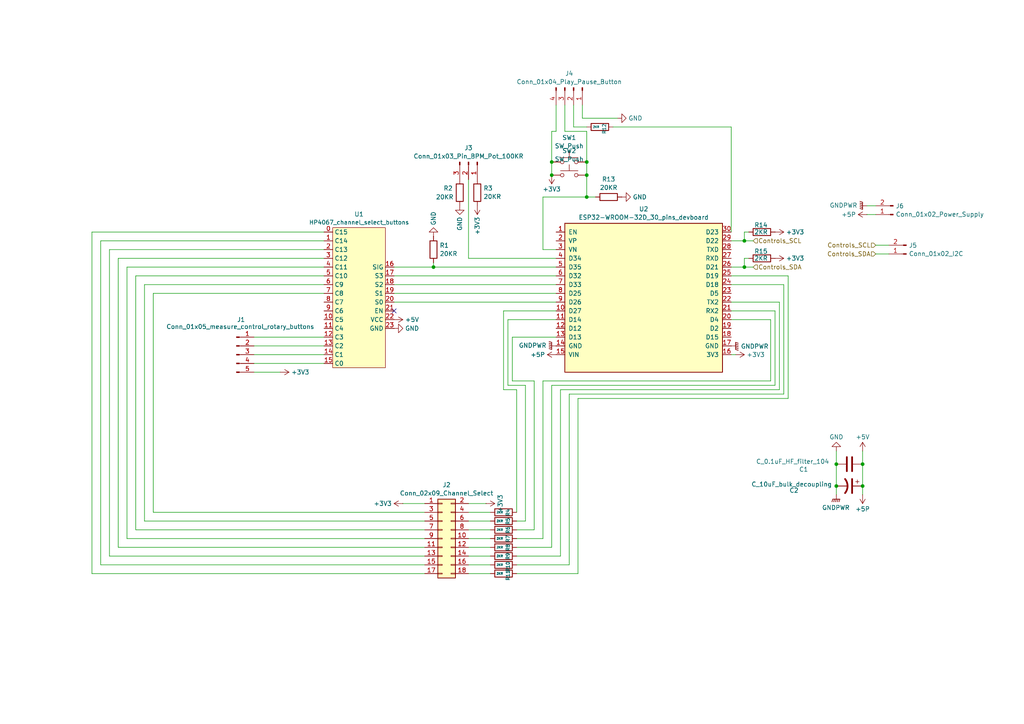
<source format=kicad_sch>
(kicad_sch
	(version 20231120)
	(generator "eeschema")
	(generator_version "8.0")
	(uuid "e498c689-7b91-4b04-a85d-37efd043071d")
	(paper "A4")
	(lib_symbols
		(symbol "Connector:Conn_01x02_Pin"
			(pin_names
				(offset 1.016) hide)
			(exclude_from_sim no)
			(in_bom yes)
			(on_board yes)
			(property "Reference" "J"
				(at 0 2.54 0)
				(effects
					(font
						(size 1.27 1.27)
					)
				)
			)
			(property "Value" "Conn_01x02_Pin"
				(at 0 -5.08 0)
				(effects
					(font
						(size 1.27 1.27)
					)
				)
			)
			(property "Footprint" ""
				(at 0 0 0)
				(effects
					(font
						(size 1.27 1.27)
					)
					(hide yes)
				)
			)
			(property "Datasheet" "~"
				(at 0 0 0)
				(effects
					(font
						(size 1.27 1.27)
					)
					(hide yes)
				)
			)
			(property "Description" "Generic connector, single row, 01x02, script generated"
				(at 0 0 0)
				(effects
					(font
						(size 1.27 1.27)
					)
					(hide yes)
				)
			)
			(property "ki_locked" ""
				(at 0 0 0)
				(effects
					(font
						(size 1.27 1.27)
					)
				)
			)
			(property "ki_keywords" "connector"
				(at 0 0 0)
				(effects
					(font
						(size 1.27 1.27)
					)
					(hide yes)
				)
			)
			(property "ki_fp_filters" "Connector*:*_1x??_*"
				(at 0 0 0)
				(effects
					(font
						(size 1.27 1.27)
					)
					(hide yes)
				)
			)
			(symbol "Conn_01x02_Pin_1_1"
				(polyline
					(pts
						(xy 1.27 -2.54) (xy 0.8636 -2.54)
					)
					(stroke
						(width 0.1524)
						(type default)
					)
					(fill
						(type none)
					)
				)
				(polyline
					(pts
						(xy 1.27 0) (xy 0.8636 0)
					)
					(stroke
						(width 0.1524)
						(type default)
					)
					(fill
						(type none)
					)
				)
				(rectangle
					(start 0.8636 -2.413)
					(end 0 -2.667)
					(stroke
						(width 0.1524)
						(type default)
					)
					(fill
						(type outline)
					)
				)
				(rectangle
					(start 0.8636 0.127)
					(end 0 -0.127)
					(stroke
						(width 0.1524)
						(type default)
					)
					(fill
						(type outline)
					)
				)
				(pin passive line
					(at 5.08 0 180)
					(length 3.81)
					(name "Pin_1"
						(effects
							(font
								(size 1.27 1.27)
							)
						)
					)
					(number "1"
						(effects
							(font
								(size 1.27 1.27)
							)
						)
					)
				)
				(pin passive line
					(at 5.08 -2.54 180)
					(length 3.81)
					(name "Pin_2"
						(effects
							(font
								(size 1.27 1.27)
							)
						)
					)
					(number "2"
						(effects
							(font
								(size 1.27 1.27)
							)
						)
					)
				)
			)
		)
		(symbol "Connector:Conn_01x03_Pin"
			(pin_names
				(offset 1.016) hide)
			(exclude_from_sim no)
			(in_bom yes)
			(on_board yes)
			(property "Reference" "J"
				(at 0 5.08 0)
				(effects
					(font
						(size 1.27 1.27)
					)
				)
			)
			(property "Value" "Conn_01x03_Pin"
				(at 0 -5.08 0)
				(effects
					(font
						(size 1.27 1.27)
					)
				)
			)
			(property "Footprint" ""
				(at 0 0 0)
				(effects
					(font
						(size 1.27 1.27)
					)
					(hide yes)
				)
			)
			(property "Datasheet" "~"
				(at 0 0 0)
				(effects
					(font
						(size 1.27 1.27)
					)
					(hide yes)
				)
			)
			(property "Description" "Generic connector, single row, 01x03, script generated"
				(at 0 0 0)
				(effects
					(font
						(size 1.27 1.27)
					)
					(hide yes)
				)
			)
			(property "ki_locked" ""
				(at 0 0 0)
				(effects
					(font
						(size 1.27 1.27)
					)
				)
			)
			(property "ki_keywords" "connector"
				(at 0 0 0)
				(effects
					(font
						(size 1.27 1.27)
					)
					(hide yes)
				)
			)
			(property "ki_fp_filters" "Connector*:*_1x??_*"
				(at 0 0 0)
				(effects
					(font
						(size 1.27 1.27)
					)
					(hide yes)
				)
			)
			(symbol "Conn_01x03_Pin_1_1"
				(polyline
					(pts
						(xy 1.27 -2.54) (xy 0.8636 -2.54)
					)
					(stroke
						(width 0.1524)
						(type default)
					)
					(fill
						(type none)
					)
				)
				(polyline
					(pts
						(xy 1.27 0) (xy 0.8636 0)
					)
					(stroke
						(width 0.1524)
						(type default)
					)
					(fill
						(type none)
					)
				)
				(polyline
					(pts
						(xy 1.27 2.54) (xy 0.8636 2.54)
					)
					(stroke
						(width 0.1524)
						(type default)
					)
					(fill
						(type none)
					)
				)
				(rectangle
					(start 0.8636 -2.413)
					(end 0 -2.667)
					(stroke
						(width 0.1524)
						(type default)
					)
					(fill
						(type outline)
					)
				)
				(rectangle
					(start 0.8636 0.127)
					(end 0 -0.127)
					(stroke
						(width 0.1524)
						(type default)
					)
					(fill
						(type outline)
					)
				)
				(rectangle
					(start 0.8636 2.667)
					(end 0 2.413)
					(stroke
						(width 0.1524)
						(type default)
					)
					(fill
						(type outline)
					)
				)
				(pin passive line
					(at 5.08 2.54 180)
					(length 3.81)
					(name "Pin_1"
						(effects
							(font
								(size 1.27 1.27)
							)
						)
					)
					(number "1"
						(effects
							(font
								(size 1.27 1.27)
							)
						)
					)
				)
				(pin passive line
					(at 5.08 0 180)
					(length 3.81)
					(name "Pin_2"
						(effects
							(font
								(size 1.27 1.27)
							)
						)
					)
					(number "2"
						(effects
							(font
								(size 1.27 1.27)
							)
						)
					)
				)
				(pin passive line
					(at 5.08 -2.54 180)
					(length 3.81)
					(name "Pin_3"
						(effects
							(font
								(size 1.27 1.27)
							)
						)
					)
					(number "3"
						(effects
							(font
								(size 1.27 1.27)
							)
						)
					)
				)
			)
		)
		(symbol "Connector:Conn_01x04_Pin"
			(pin_names
				(offset 1.016) hide)
			(exclude_from_sim no)
			(in_bom yes)
			(on_board yes)
			(property "Reference" "J"
				(at 0 5.08 0)
				(effects
					(font
						(size 1.27 1.27)
					)
				)
			)
			(property "Value" "Conn_01x04_Pin"
				(at 0 -7.62 0)
				(effects
					(font
						(size 1.27 1.27)
					)
				)
			)
			(property "Footprint" ""
				(at 0 0 0)
				(effects
					(font
						(size 1.27 1.27)
					)
					(hide yes)
				)
			)
			(property "Datasheet" "~"
				(at 0 0 0)
				(effects
					(font
						(size 1.27 1.27)
					)
					(hide yes)
				)
			)
			(property "Description" "Generic connector, single row, 01x04, script generated"
				(at 0 0 0)
				(effects
					(font
						(size 1.27 1.27)
					)
					(hide yes)
				)
			)
			(property "ki_locked" ""
				(at 0 0 0)
				(effects
					(font
						(size 1.27 1.27)
					)
				)
			)
			(property "ki_keywords" "connector"
				(at 0 0 0)
				(effects
					(font
						(size 1.27 1.27)
					)
					(hide yes)
				)
			)
			(property "ki_fp_filters" "Connector*:*_1x??_*"
				(at 0 0 0)
				(effects
					(font
						(size 1.27 1.27)
					)
					(hide yes)
				)
			)
			(symbol "Conn_01x04_Pin_1_1"
				(polyline
					(pts
						(xy 1.27 -5.08) (xy 0.8636 -5.08)
					)
					(stroke
						(width 0.1524)
						(type default)
					)
					(fill
						(type none)
					)
				)
				(polyline
					(pts
						(xy 1.27 -2.54) (xy 0.8636 -2.54)
					)
					(stroke
						(width 0.1524)
						(type default)
					)
					(fill
						(type none)
					)
				)
				(polyline
					(pts
						(xy 1.27 0) (xy 0.8636 0)
					)
					(stroke
						(width 0.1524)
						(type default)
					)
					(fill
						(type none)
					)
				)
				(polyline
					(pts
						(xy 1.27 2.54) (xy 0.8636 2.54)
					)
					(stroke
						(width 0.1524)
						(type default)
					)
					(fill
						(type none)
					)
				)
				(rectangle
					(start 0.8636 -4.953)
					(end 0 -5.207)
					(stroke
						(width 0.1524)
						(type default)
					)
					(fill
						(type outline)
					)
				)
				(rectangle
					(start 0.8636 -2.413)
					(end 0 -2.667)
					(stroke
						(width 0.1524)
						(type default)
					)
					(fill
						(type outline)
					)
				)
				(rectangle
					(start 0.8636 0.127)
					(end 0 -0.127)
					(stroke
						(width 0.1524)
						(type default)
					)
					(fill
						(type outline)
					)
				)
				(rectangle
					(start 0.8636 2.667)
					(end 0 2.413)
					(stroke
						(width 0.1524)
						(type default)
					)
					(fill
						(type outline)
					)
				)
				(pin passive line
					(at 5.08 2.54 180)
					(length 3.81)
					(name "Pin_1"
						(effects
							(font
								(size 1.27 1.27)
							)
						)
					)
					(number "1"
						(effects
							(font
								(size 1.27 1.27)
							)
						)
					)
				)
				(pin passive line
					(at 5.08 0 180)
					(length 3.81)
					(name "Pin_2"
						(effects
							(font
								(size 1.27 1.27)
							)
						)
					)
					(number "2"
						(effects
							(font
								(size 1.27 1.27)
							)
						)
					)
				)
				(pin passive line
					(at 5.08 -2.54 180)
					(length 3.81)
					(name "Pin_3"
						(effects
							(font
								(size 1.27 1.27)
							)
						)
					)
					(number "3"
						(effects
							(font
								(size 1.27 1.27)
							)
						)
					)
				)
				(pin passive line
					(at 5.08 -5.08 180)
					(length 3.81)
					(name "Pin_4"
						(effects
							(font
								(size 1.27 1.27)
							)
						)
					)
					(number "4"
						(effects
							(font
								(size 1.27 1.27)
							)
						)
					)
				)
			)
		)
		(symbol "Connector:Conn_01x05_Pin"
			(pin_names
				(offset 1.016) hide)
			(exclude_from_sim no)
			(in_bom yes)
			(on_board yes)
			(property "Reference" "J"
				(at 0 7.62 0)
				(effects
					(font
						(size 1.27 1.27)
					)
				)
			)
			(property "Value" "Conn_01x05_Pin"
				(at 0 -7.62 0)
				(effects
					(font
						(size 1.27 1.27)
					)
				)
			)
			(property "Footprint" ""
				(at 0 0 0)
				(effects
					(font
						(size 1.27 1.27)
					)
					(hide yes)
				)
			)
			(property "Datasheet" "~"
				(at 0 0 0)
				(effects
					(font
						(size 1.27 1.27)
					)
					(hide yes)
				)
			)
			(property "Description" "Generic connector, single row, 01x05, script generated"
				(at 0 0 0)
				(effects
					(font
						(size 1.27 1.27)
					)
					(hide yes)
				)
			)
			(property "ki_locked" ""
				(at 0 0 0)
				(effects
					(font
						(size 1.27 1.27)
					)
				)
			)
			(property "ki_keywords" "connector"
				(at 0 0 0)
				(effects
					(font
						(size 1.27 1.27)
					)
					(hide yes)
				)
			)
			(property "ki_fp_filters" "Connector*:*_1x??_*"
				(at 0 0 0)
				(effects
					(font
						(size 1.27 1.27)
					)
					(hide yes)
				)
			)
			(symbol "Conn_01x05_Pin_1_1"
				(polyline
					(pts
						(xy 1.27 -5.08) (xy 0.8636 -5.08)
					)
					(stroke
						(width 0.1524)
						(type default)
					)
					(fill
						(type none)
					)
				)
				(polyline
					(pts
						(xy 1.27 -2.54) (xy 0.8636 -2.54)
					)
					(stroke
						(width 0.1524)
						(type default)
					)
					(fill
						(type none)
					)
				)
				(polyline
					(pts
						(xy 1.27 0) (xy 0.8636 0)
					)
					(stroke
						(width 0.1524)
						(type default)
					)
					(fill
						(type none)
					)
				)
				(polyline
					(pts
						(xy 1.27 2.54) (xy 0.8636 2.54)
					)
					(stroke
						(width 0.1524)
						(type default)
					)
					(fill
						(type none)
					)
				)
				(polyline
					(pts
						(xy 1.27 5.08) (xy 0.8636 5.08)
					)
					(stroke
						(width 0.1524)
						(type default)
					)
					(fill
						(type none)
					)
				)
				(rectangle
					(start 0.8636 -4.953)
					(end 0 -5.207)
					(stroke
						(width 0.1524)
						(type default)
					)
					(fill
						(type outline)
					)
				)
				(rectangle
					(start 0.8636 -2.413)
					(end 0 -2.667)
					(stroke
						(width 0.1524)
						(type default)
					)
					(fill
						(type outline)
					)
				)
				(rectangle
					(start 0.8636 0.127)
					(end 0 -0.127)
					(stroke
						(width 0.1524)
						(type default)
					)
					(fill
						(type outline)
					)
				)
				(rectangle
					(start 0.8636 2.667)
					(end 0 2.413)
					(stroke
						(width 0.1524)
						(type default)
					)
					(fill
						(type outline)
					)
				)
				(rectangle
					(start 0.8636 5.207)
					(end 0 4.953)
					(stroke
						(width 0.1524)
						(type default)
					)
					(fill
						(type outline)
					)
				)
				(pin passive line
					(at 5.08 5.08 180)
					(length 3.81)
					(name "Pin_1"
						(effects
							(font
								(size 1.27 1.27)
							)
						)
					)
					(number "1"
						(effects
							(font
								(size 1.27 1.27)
							)
						)
					)
				)
				(pin passive line
					(at 5.08 2.54 180)
					(length 3.81)
					(name "Pin_2"
						(effects
							(font
								(size 1.27 1.27)
							)
						)
					)
					(number "2"
						(effects
							(font
								(size 1.27 1.27)
							)
						)
					)
				)
				(pin passive line
					(at 5.08 0 180)
					(length 3.81)
					(name "Pin_3"
						(effects
							(font
								(size 1.27 1.27)
							)
						)
					)
					(number "3"
						(effects
							(font
								(size 1.27 1.27)
							)
						)
					)
				)
				(pin passive line
					(at 5.08 -2.54 180)
					(length 3.81)
					(name "Pin_4"
						(effects
							(font
								(size 1.27 1.27)
							)
						)
					)
					(number "4"
						(effects
							(font
								(size 1.27 1.27)
							)
						)
					)
				)
				(pin passive line
					(at 5.08 -5.08 180)
					(length 3.81)
					(name "Pin_5"
						(effects
							(font
								(size 1.27 1.27)
							)
						)
					)
					(number "5"
						(effects
							(font
								(size 1.27 1.27)
							)
						)
					)
				)
			)
		)
		(symbol "Connector_Generic:Conn_02x09_Odd_Even"
			(pin_names
				(offset 1.016) hide)
			(exclude_from_sim no)
			(in_bom yes)
			(on_board yes)
			(property "Reference" "J"
				(at 1.27 12.7 0)
				(effects
					(font
						(size 1.27 1.27)
					)
				)
			)
			(property "Value" "Conn_02x09_Odd_Even"
				(at 1.27 -12.7 0)
				(effects
					(font
						(size 1.27 1.27)
					)
				)
			)
			(property "Footprint" ""
				(at 0 0 0)
				(effects
					(font
						(size 1.27 1.27)
					)
					(hide yes)
				)
			)
			(property "Datasheet" "~"
				(at 0 0 0)
				(effects
					(font
						(size 1.27 1.27)
					)
					(hide yes)
				)
			)
			(property "Description" "Generic connector, double row, 02x09, odd/even pin numbering scheme (row 1 odd numbers, row 2 even numbers), script generated (kicad-library-utils/schlib/autogen/connector/)"
				(at 0 0 0)
				(effects
					(font
						(size 1.27 1.27)
					)
					(hide yes)
				)
			)
			(property "ki_keywords" "connector"
				(at 0 0 0)
				(effects
					(font
						(size 1.27 1.27)
					)
					(hide yes)
				)
			)
			(property "ki_fp_filters" "Connector*:*_2x??_*"
				(at 0 0 0)
				(effects
					(font
						(size 1.27 1.27)
					)
					(hide yes)
				)
			)
			(symbol "Conn_02x09_Odd_Even_1_1"
				(rectangle
					(start -1.27 -10.033)
					(end 0 -10.287)
					(stroke
						(width 0.1524)
						(type default)
					)
					(fill
						(type none)
					)
				)
				(rectangle
					(start -1.27 -7.493)
					(end 0 -7.747)
					(stroke
						(width 0.1524)
						(type default)
					)
					(fill
						(type none)
					)
				)
				(rectangle
					(start -1.27 -4.953)
					(end 0 -5.207)
					(stroke
						(width 0.1524)
						(type default)
					)
					(fill
						(type none)
					)
				)
				(rectangle
					(start -1.27 -2.413)
					(end 0 -2.667)
					(stroke
						(width 0.1524)
						(type default)
					)
					(fill
						(type none)
					)
				)
				(rectangle
					(start -1.27 0.127)
					(end 0 -0.127)
					(stroke
						(width 0.1524)
						(type default)
					)
					(fill
						(type none)
					)
				)
				(rectangle
					(start -1.27 2.667)
					(end 0 2.413)
					(stroke
						(width 0.1524)
						(type default)
					)
					(fill
						(type none)
					)
				)
				(rectangle
					(start -1.27 5.207)
					(end 0 4.953)
					(stroke
						(width 0.1524)
						(type default)
					)
					(fill
						(type none)
					)
				)
				(rectangle
					(start -1.27 7.747)
					(end 0 7.493)
					(stroke
						(width 0.1524)
						(type default)
					)
					(fill
						(type none)
					)
				)
				(rectangle
					(start -1.27 10.287)
					(end 0 10.033)
					(stroke
						(width 0.1524)
						(type default)
					)
					(fill
						(type none)
					)
				)
				(rectangle
					(start -1.27 11.43)
					(end 3.81 -11.43)
					(stroke
						(width 0.254)
						(type default)
					)
					(fill
						(type background)
					)
				)
				(rectangle
					(start 3.81 -10.033)
					(end 2.54 -10.287)
					(stroke
						(width 0.1524)
						(type default)
					)
					(fill
						(type none)
					)
				)
				(rectangle
					(start 3.81 -7.493)
					(end 2.54 -7.747)
					(stroke
						(width 0.1524)
						(type default)
					)
					(fill
						(type none)
					)
				)
				(rectangle
					(start 3.81 -4.953)
					(end 2.54 -5.207)
					(stroke
						(width 0.1524)
						(type default)
					)
					(fill
						(type none)
					)
				)
				(rectangle
					(start 3.81 -2.413)
					(end 2.54 -2.667)
					(stroke
						(width 0.1524)
						(type default)
					)
					(fill
						(type none)
					)
				)
				(rectangle
					(start 3.81 0.127)
					(end 2.54 -0.127)
					(stroke
						(width 0.1524)
						(type default)
					)
					(fill
						(type none)
					)
				)
				(rectangle
					(start 3.81 2.667)
					(end 2.54 2.413)
					(stroke
						(width 0.1524)
						(type default)
					)
					(fill
						(type none)
					)
				)
				(rectangle
					(start 3.81 5.207)
					(end 2.54 4.953)
					(stroke
						(width 0.1524)
						(type default)
					)
					(fill
						(type none)
					)
				)
				(rectangle
					(start 3.81 7.747)
					(end 2.54 7.493)
					(stroke
						(width 0.1524)
						(type default)
					)
					(fill
						(type none)
					)
				)
				(rectangle
					(start 3.81 10.287)
					(end 2.54 10.033)
					(stroke
						(width 0.1524)
						(type default)
					)
					(fill
						(type none)
					)
				)
				(pin passive line
					(at -5.08 10.16 0)
					(length 3.81)
					(name "Pin_1"
						(effects
							(font
								(size 1.27 1.27)
							)
						)
					)
					(number "1"
						(effects
							(font
								(size 1.27 1.27)
							)
						)
					)
				)
				(pin passive line
					(at 7.62 0 180)
					(length 3.81)
					(name "Pin_10"
						(effects
							(font
								(size 1.27 1.27)
							)
						)
					)
					(number "10"
						(effects
							(font
								(size 1.27 1.27)
							)
						)
					)
				)
				(pin passive line
					(at -5.08 -2.54 0)
					(length 3.81)
					(name "Pin_11"
						(effects
							(font
								(size 1.27 1.27)
							)
						)
					)
					(number "11"
						(effects
							(font
								(size 1.27 1.27)
							)
						)
					)
				)
				(pin passive line
					(at 7.62 -2.54 180)
					(length 3.81)
					(name "Pin_12"
						(effects
							(font
								(size 1.27 1.27)
							)
						)
					)
					(number "12"
						(effects
							(font
								(size 1.27 1.27)
							)
						)
					)
				)
				(pin passive line
					(at -5.08 -5.08 0)
					(length 3.81)
					(name "Pin_13"
						(effects
							(font
								(size 1.27 1.27)
							)
						)
					)
					(number "13"
						(effects
							(font
								(size 1.27 1.27)
							)
						)
					)
				)
				(pin passive line
					(at 7.62 -5.08 180)
					(length 3.81)
					(name "Pin_14"
						(effects
							(font
								(size 1.27 1.27)
							)
						)
					)
					(number "14"
						(effects
							(font
								(size 1.27 1.27)
							)
						)
					)
				)
				(pin passive line
					(at -5.08 -7.62 0)
					(length 3.81)
					(name "Pin_15"
						(effects
							(font
								(size 1.27 1.27)
							)
						)
					)
					(number "15"
						(effects
							(font
								(size 1.27 1.27)
							)
						)
					)
				)
				(pin passive line
					(at 7.62 -7.62 180)
					(length 3.81)
					(name "Pin_16"
						(effects
							(font
								(size 1.27 1.27)
							)
						)
					)
					(number "16"
						(effects
							(font
								(size 1.27 1.27)
							)
						)
					)
				)
				(pin passive line
					(at -5.08 -10.16 0)
					(length 3.81)
					(name "Pin_17"
						(effects
							(font
								(size 1.27 1.27)
							)
						)
					)
					(number "17"
						(effects
							(font
								(size 1.27 1.27)
							)
						)
					)
				)
				(pin passive line
					(at 7.62 -10.16 180)
					(length 3.81)
					(name "Pin_18"
						(effects
							(font
								(size 1.27 1.27)
							)
						)
					)
					(number "18"
						(effects
							(font
								(size 1.27 1.27)
							)
						)
					)
				)
				(pin passive line
					(at 7.62 10.16 180)
					(length 3.81)
					(name "Pin_2"
						(effects
							(font
								(size 1.27 1.27)
							)
						)
					)
					(number "2"
						(effects
							(font
								(size 1.27 1.27)
							)
						)
					)
				)
				(pin passive line
					(at -5.08 7.62 0)
					(length 3.81)
					(name "Pin_3"
						(effects
							(font
								(size 1.27 1.27)
							)
						)
					)
					(number "3"
						(effects
							(font
								(size 1.27 1.27)
							)
						)
					)
				)
				(pin passive line
					(at 7.62 7.62 180)
					(length 3.81)
					(name "Pin_4"
						(effects
							(font
								(size 1.27 1.27)
							)
						)
					)
					(number "4"
						(effects
							(font
								(size 1.27 1.27)
							)
						)
					)
				)
				(pin passive line
					(at -5.08 5.08 0)
					(length 3.81)
					(name "Pin_5"
						(effects
							(font
								(size 1.27 1.27)
							)
						)
					)
					(number "5"
						(effects
							(font
								(size 1.27 1.27)
							)
						)
					)
				)
				(pin passive line
					(at 7.62 5.08 180)
					(length 3.81)
					(name "Pin_6"
						(effects
							(font
								(size 1.27 1.27)
							)
						)
					)
					(number "6"
						(effects
							(font
								(size 1.27 1.27)
							)
						)
					)
				)
				(pin passive line
					(at -5.08 2.54 0)
					(length 3.81)
					(name "Pin_7"
						(effects
							(font
								(size 1.27 1.27)
							)
						)
					)
					(number "7"
						(effects
							(font
								(size 1.27 1.27)
							)
						)
					)
				)
				(pin passive line
					(at 7.62 2.54 180)
					(length 3.81)
					(name "Pin_8"
						(effects
							(font
								(size 1.27 1.27)
							)
						)
					)
					(number "8"
						(effects
							(font
								(size 1.27 1.27)
							)
						)
					)
				)
				(pin passive line
					(at -5.08 0 0)
					(length 3.81)
					(name "Pin_9"
						(effects
							(font
								(size 1.27 1.27)
							)
						)
					)
					(number "9"
						(effects
							(font
								(size 1.27 1.27)
							)
						)
					)
				)
			)
		)
		(symbol "Device:C"
			(pin_numbers hide)
			(pin_names
				(offset 0.254)
			)
			(exclude_from_sim no)
			(in_bom yes)
			(on_board yes)
			(property "Reference" "C"
				(at 0.635 2.54 0)
				(effects
					(font
						(size 1.27 1.27)
					)
					(justify left)
				)
			)
			(property "Value" "C"
				(at 0.635 -2.54 0)
				(effects
					(font
						(size 1.27 1.27)
					)
					(justify left)
				)
			)
			(property "Footprint" ""
				(at 0.9652 -3.81 0)
				(effects
					(font
						(size 1.27 1.27)
					)
					(hide yes)
				)
			)
			(property "Datasheet" "~"
				(at 0 0 0)
				(effects
					(font
						(size 1.27 1.27)
					)
					(hide yes)
				)
			)
			(property "Description" "Unpolarized capacitor"
				(at 0 0 0)
				(effects
					(font
						(size 1.27 1.27)
					)
					(hide yes)
				)
			)
			(property "ki_keywords" "cap capacitor"
				(at 0 0 0)
				(effects
					(font
						(size 1.27 1.27)
					)
					(hide yes)
				)
			)
			(property "ki_fp_filters" "C_*"
				(at 0 0 0)
				(effects
					(font
						(size 1.27 1.27)
					)
					(hide yes)
				)
			)
			(symbol "C_0_1"
				(polyline
					(pts
						(xy -2.032 -0.762) (xy 2.032 -0.762)
					)
					(stroke
						(width 0.508)
						(type default)
					)
					(fill
						(type none)
					)
				)
				(polyline
					(pts
						(xy -2.032 0.762) (xy 2.032 0.762)
					)
					(stroke
						(width 0.508)
						(type default)
					)
					(fill
						(type none)
					)
				)
			)
			(symbol "C_1_1"
				(pin passive line
					(at 0 3.81 270)
					(length 2.794)
					(name "~"
						(effects
							(font
								(size 1.27 1.27)
							)
						)
					)
					(number "1"
						(effects
							(font
								(size 1.27 1.27)
							)
						)
					)
				)
				(pin passive line
					(at 0 -3.81 90)
					(length 2.794)
					(name "~"
						(effects
							(font
								(size 1.27 1.27)
							)
						)
					)
					(number "2"
						(effects
							(font
								(size 1.27 1.27)
							)
						)
					)
				)
			)
		)
		(symbol "Device:C_Polarized_US"
			(pin_numbers hide)
			(pin_names
				(offset 0.254) hide)
			(exclude_from_sim no)
			(in_bom yes)
			(on_board yes)
			(property "Reference" "C"
				(at 0.635 2.54 0)
				(effects
					(font
						(size 1.27 1.27)
					)
					(justify left)
				)
			)
			(property "Value" "C_Polarized_US"
				(at 0.635 -2.54 0)
				(effects
					(font
						(size 1.27 1.27)
					)
					(justify left)
				)
			)
			(property "Footprint" ""
				(at 0 0 0)
				(effects
					(font
						(size 1.27 1.27)
					)
					(hide yes)
				)
			)
			(property "Datasheet" "~"
				(at 0 0 0)
				(effects
					(font
						(size 1.27 1.27)
					)
					(hide yes)
				)
			)
			(property "Description" "Polarized capacitor, US symbol"
				(at 0 0 0)
				(effects
					(font
						(size 1.27 1.27)
					)
					(hide yes)
				)
			)
			(property "ki_keywords" "cap capacitor"
				(at 0 0 0)
				(effects
					(font
						(size 1.27 1.27)
					)
					(hide yes)
				)
			)
			(property "ki_fp_filters" "CP_*"
				(at 0 0 0)
				(effects
					(font
						(size 1.27 1.27)
					)
					(hide yes)
				)
			)
			(symbol "C_Polarized_US_0_1"
				(polyline
					(pts
						(xy -2.032 0.762) (xy 2.032 0.762)
					)
					(stroke
						(width 0.508)
						(type default)
					)
					(fill
						(type none)
					)
				)
				(polyline
					(pts
						(xy -1.778 2.286) (xy -0.762 2.286)
					)
					(stroke
						(width 0)
						(type default)
					)
					(fill
						(type none)
					)
				)
				(polyline
					(pts
						(xy -1.27 1.778) (xy -1.27 2.794)
					)
					(stroke
						(width 0)
						(type default)
					)
					(fill
						(type none)
					)
				)
				(arc
					(start 2.032 -1.27)
					(mid 0 -0.5572)
					(end -2.032 -1.27)
					(stroke
						(width 0.508)
						(type default)
					)
					(fill
						(type none)
					)
				)
			)
			(symbol "C_Polarized_US_1_1"
				(pin passive line
					(at 0 3.81 270)
					(length 2.794)
					(name "~"
						(effects
							(font
								(size 1.27 1.27)
							)
						)
					)
					(number "1"
						(effects
							(font
								(size 1.27 1.27)
							)
						)
					)
				)
				(pin passive line
					(at 0 -3.81 90)
					(length 3.302)
					(name "~"
						(effects
							(font
								(size 1.27 1.27)
							)
						)
					)
					(number "2"
						(effects
							(font
								(size 1.27 1.27)
							)
						)
					)
				)
			)
		)
		(symbol "Device:R"
			(pin_numbers hide)
			(pin_names
				(offset 0)
			)
			(exclude_from_sim no)
			(in_bom yes)
			(on_board yes)
			(property "Reference" "R"
				(at 2.032 0 90)
				(effects
					(font
						(size 1.27 1.27)
					)
				)
			)
			(property "Value" "R"
				(at 0 0 90)
				(effects
					(font
						(size 1.27 1.27)
					)
				)
			)
			(property "Footprint" ""
				(at -1.778 0 90)
				(effects
					(font
						(size 1.27 1.27)
					)
					(hide yes)
				)
			)
			(property "Datasheet" "~"
				(at 0 0 0)
				(effects
					(font
						(size 1.27 1.27)
					)
					(hide yes)
				)
			)
			(property "Description" "Resistor"
				(at 0 0 0)
				(effects
					(font
						(size 1.27 1.27)
					)
					(hide yes)
				)
			)
			(property "ki_keywords" "R res resistor"
				(at 0 0 0)
				(effects
					(font
						(size 1.27 1.27)
					)
					(hide yes)
				)
			)
			(property "ki_fp_filters" "R_*"
				(at 0 0 0)
				(effects
					(font
						(size 1.27 1.27)
					)
					(hide yes)
				)
			)
			(symbol "R_0_1"
				(rectangle
					(start -1.016 -2.54)
					(end 1.016 2.54)
					(stroke
						(width 0.254)
						(type default)
					)
					(fill
						(type none)
					)
				)
			)
			(symbol "R_1_1"
				(pin passive line
					(at 0 3.81 270)
					(length 1.27)
					(name "~"
						(effects
							(font
								(size 1.27 1.27)
							)
						)
					)
					(number "1"
						(effects
							(font
								(size 1.27 1.27)
							)
						)
					)
				)
				(pin passive line
					(at 0 -3.81 90)
					(length 1.27)
					(name "~"
						(effects
							(font
								(size 1.27 1.27)
							)
						)
					)
					(number "2"
						(effects
							(font
								(size 1.27 1.27)
							)
						)
					)
				)
			)
		)
		(symbol "Switch:SW_Push"
			(pin_numbers hide)
			(pin_names
				(offset 1.016) hide)
			(exclude_from_sim no)
			(in_bom yes)
			(on_board yes)
			(property "Reference" "SW"
				(at 1.27 2.54 0)
				(effects
					(font
						(size 1.27 1.27)
					)
					(justify left)
				)
			)
			(property "Value" "SW_Push"
				(at 0 -1.524 0)
				(effects
					(font
						(size 1.27 1.27)
					)
				)
			)
			(property "Footprint" ""
				(at 0 5.08 0)
				(effects
					(font
						(size 1.27 1.27)
					)
					(hide yes)
				)
			)
			(property "Datasheet" "~"
				(at 0 5.08 0)
				(effects
					(font
						(size 1.27 1.27)
					)
					(hide yes)
				)
			)
			(property "Description" "Push button switch, generic, two pins"
				(at 0 0 0)
				(effects
					(font
						(size 1.27 1.27)
					)
					(hide yes)
				)
			)
			(property "ki_keywords" "switch normally-open pushbutton push-button"
				(at 0 0 0)
				(effects
					(font
						(size 1.27 1.27)
					)
					(hide yes)
				)
			)
			(symbol "SW_Push_0_1"
				(circle
					(center -2.032 0)
					(radius 0.508)
					(stroke
						(width 0)
						(type default)
					)
					(fill
						(type none)
					)
				)
				(polyline
					(pts
						(xy 0 1.27) (xy 0 3.048)
					)
					(stroke
						(width 0)
						(type default)
					)
					(fill
						(type none)
					)
				)
				(polyline
					(pts
						(xy 2.54 1.27) (xy -2.54 1.27)
					)
					(stroke
						(width 0)
						(type default)
					)
					(fill
						(type none)
					)
				)
				(circle
					(center 2.032 0)
					(radius 0.508)
					(stroke
						(width 0)
						(type default)
					)
					(fill
						(type none)
					)
				)
				(pin passive line
					(at -5.08 0 0)
					(length 2.54)
					(name "1"
						(effects
							(font
								(size 1.27 1.27)
							)
						)
					)
					(number "1"
						(effects
							(font
								(size 1.27 1.27)
							)
						)
					)
				)
				(pin passive line
					(at 5.08 0 180)
					(length 2.54)
					(name "2"
						(effects
							(font
								(size 1.27 1.27)
							)
						)
					)
					(number "2"
						(effects
							(font
								(size 1.27 1.27)
							)
						)
					)
				)
			)
		)
		(symbol "power:+3V3"
			(power)
			(pin_numbers hide)
			(pin_names
				(offset 0) hide)
			(exclude_from_sim no)
			(in_bom yes)
			(on_board yes)
			(property "Reference" "#PWR"
				(at 0 -3.81 0)
				(effects
					(font
						(size 1.27 1.27)
					)
					(hide yes)
				)
			)
			(property "Value" "+3V3"
				(at 0 3.556 0)
				(effects
					(font
						(size 1.27 1.27)
					)
				)
			)
			(property "Footprint" ""
				(at 0 0 0)
				(effects
					(font
						(size 1.27 1.27)
					)
					(hide yes)
				)
			)
			(property "Datasheet" ""
				(at 0 0 0)
				(effects
					(font
						(size 1.27 1.27)
					)
					(hide yes)
				)
			)
			(property "Description" "Power symbol creates a global label with name \"+3V3\""
				(at 0 0 0)
				(effects
					(font
						(size 1.27 1.27)
					)
					(hide yes)
				)
			)
			(property "ki_keywords" "global power"
				(at 0 0 0)
				(effects
					(font
						(size 1.27 1.27)
					)
					(hide yes)
				)
			)
			(symbol "+3V3_0_1"
				(polyline
					(pts
						(xy -0.762 1.27) (xy 0 2.54)
					)
					(stroke
						(width 0)
						(type default)
					)
					(fill
						(type none)
					)
				)
				(polyline
					(pts
						(xy 0 0) (xy 0 2.54)
					)
					(stroke
						(width 0)
						(type default)
					)
					(fill
						(type none)
					)
				)
				(polyline
					(pts
						(xy 0 2.54) (xy 0.762 1.27)
					)
					(stroke
						(width 0)
						(type default)
					)
					(fill
						(type none)
					)
				)
			)
			(symbol "+3V3_1_1"
				(pin power_in line
					(at 0 0 90)
					(length 0)
					(name "~"
						(effects
							(font
								(size 1.27 1.27)
							)
						)
					)
					(number "1"
						(effects
							(font
								(size 1.27 1.27)
							)
						)
					)
				)
			)
		)
		(symbol "power:+5P"
			(power)
			(pin_numbers hide)
			(pin_names
				(offset 0) hide)
			(exclude_from_sim no)
			(in_bom yes)
			(on_board yes)
			(property "Reference" "#PWR"
				(at 0 -3.81 0)
				(effects
					(font
						(size 1.27 1.27)
					)
					(hide yes)
				)
			)
			(property "Value" "+5P"
				(at 0 3.556 0)
				(effects
					(font
						(size 1.27 1.27)
					)
				)
			)
			(property "Footprint" ""
				(at 0 0 0)
				(effects
					(font
						(size 1.27 1.27)
					)
					(hide yes)
				)
			)
			(property "Datasheet" ""
				(at 0 0 0)
				(effects
					(font
						(size 1.27 1.27)
					)
					(hide yes)
				)
			)
			(property "Description" "Power symbol creates a global label with name \"+5P\""
				(at 0 0 0)
				(effects
					(font
						(size 1.27 1.27)
					)
					(hide yes)
				)
			)
			(property "ki_keywords" "global power"
				(at 0 0 0)
				(effects
					(font
						(size 1.27 1.27)
					)
					(hide yes)
				)
			)
			(symbol "+5P_0_1"
				(polyline
					(pts
						(xy -0.762 1.27) (xy 0 2.54)
					)
					(stroke
						(width 0)
						(type default)
					)
					(fill
						(type none)
					)
				)
				(polyline
					(pts
						(xy 0 0) (xy 0 2.54)
					)
					(stroke
						(width 0)
						(type default)
					)
					(fill
						(type none)
					)
				)
				(polyline
					(pts
						(xy 0 2.54) (xy 0.762 1.27)
					)
					(stroke
						(width 0)
						(type default)
					)
					(fill
						(type none)
					)
				)
			)
			(symbol "+5P_1_1"
				(pin power_in line
					(at 0 0 90)
					(length 0)
					(name "~"
						(effects
							(font
								(size 1.27 1.27)
							)
						)
					)
					(number "1"
						(effects
							(font
								(size 1.27 1.27)
							)
						)
					)
				)
			)
		)
		(symbol "power:+5V"
			(power)
			(pin_numbers hide)
			(pin_names
				(offset 0) hide)
			(exclude_from_sim no)
			(in_bom yes)
			(on_board yes)
			(property "Reference" "#PWR"
				(at 0 -3.81 0)
				(effects
					(font
						(size 1.27 1.27)
					)
					(hide yes)
				)
			)
			(property "Value" "+5V"
				(at 0 3.556 0)
				(effects
					(font
						(size 1.27 1.27)
					)
				)
			)
			(property "Footprint" ""
				(at 0 0 0)
				(effects
					(font
						(size 1.27 1.27)
					)
					(hide yes)
				)
			)
			(property "Datasheet" ""
				(at 0 0 0)
				(effects
					(font
						(size 1.27 1.27)
					)
					(hide yes)
				)
			)
			(property "Description" "Power symbol creates a global label with name \"+5V\""
				(at 0 0 0)
				(effects
					(font
						(size 1.27 1.27)
					)
					(hide yes)
				)
			)
			(property "ki_keywords" "global power"
				(at 0 0 0)
				(effects
					(font
						(size 1.27 1.27)
					)
					(hide yes)
				)
			)
			(symbol "+5V_0_1"
				(polyline
					(pts
						(xy -0.762 1.27) (xy 0 2.54)
					)
					(stroke
						(width 0)
						(type default)
					)
					(fill
						(type none)
					)
				)
				(polyline
					(pts
						(xy 0 0) (xy 0 2.54)
					)
					(stroke
						(width 0)
						(type default)
					)
					(fill
						(type none)
					)
				)
				(polyline
					(pts
						(xy 0 2.54) (xy 0.762 1.27)
					)
					(stroke
						(width 0)
						(type default)
					)
					(fill
						(type none)
					)
				)
			)
			(symbol "+5V_1_1"
				(pin power_in line
					(at 0 0 90)
					(length 0)
					(name "~"
						(effects
							(font
								(size 1.27 1.27)
							)
						)
					)
					(number "1"
						(effects
							(font
								(size 1.27 1.27)
							)
						)
					)
				)
			)
		)
		(symbol "power:GND"
			(power)
			(pin_numbers hide)
			(pin_names
				(offset 0) hide)
			(exclude_from_sim no)
			(in_bom yes)
			(on_board yes)
			(property "Reference" "#PWR"
				(at 0 -6.35 0)
				(effects
					(font
						(size 1.27 1.27)
					)
					(hide yes)
				)
			)
			(property "Value" "GND"
				(at 0 -3.81 0)
				(effects
					(font
						(size 1.27 1.27)
					)
				)
			)
			(property "Footprint" ""
				(at 0 0 0)
				(effects
					(font
						(size 1.27 1.27)
					)
					(hide yes)
				)
			)
			(property "Datasheet" ""
				(at 0 0 0)
				(effects
					(font
						(size 1.27 1.27)
					)
					(hide yes)
				)
			)
			(property "Description" "Power symbol creates a global label with name \"GND\" , ground"
				(at 0 0 0)
				(effects
					(font
						(size 1.27 1.27)
					)
					(hide yes)
				)
			)
			(property "ki_keywords" "global power"
				(at 0 0 0)
				(effects
					(font
						(size 1.27 1.27)
					)
					(hide yes)
				)
			)
			(symbol "GND_0_1"
				(polyline
					(pts
						(xy 0 0) (xy 0 -1.27) (xy 1.27 -1.27) (xy 0 -2.54) (xy -1.27 -1.27) (xy 0 -1.27)
					)
					(stroke
						(width 0)
						(type default)
					)
					(fill
						(type none)
					)
				)
			)
			(symbol "GND_1_1"
				(pin power_in line
					(at 0 0 270)
					(length 0)
					(name "~"
						(effects
							(font
								(size 1.27 1.27)
							)
						)
					)
					(number "1"
						(effects
							(font
								(size 1.27 1.27)
							)
						)
					)
				)
			)
		)
		(symbol "power:GNDPWR"
			(power)
			(pin_numbers hide)
			(pin_names
				(offset 0) hide)
			(exclude_from_sim no)
			(in_bom yes)
			(on_board yes)
			(property "Reference" "#PWR"
				(at 0 -5.08 0)
				(effects
					(font
						(size 1.27 1.27)
					)
					(hide yes)
				)
			)
			(property "Value" "GNDPWR"
				(at 0 -3.302 0)
				(effects
					(font
						(size 1.27 1.27)
					)
				)
			)
			(property "Footprint" ""
				(at 0 -1.27 0)
				(effects
					(font
						(size 1.27 1.27)
					)
					(hide yes)
				)
			)
			(property "Datasheet" ""
				(at 0 -1.27 0)
				(effects
					(font
						(size 1.27 1.27)
					)
					(hide yes)
				)
			)
			(property "Description" "Power symbol creates a global label with name \"GNDPWR\" , global ground"
				(at 0 0 0)
				(effects
					(font
						(size 1.27 1.27)
					)
					(hide yes)
				)
			)
			(property "ki_keywords" "global ground"
				(at 0 0 0)
				(effects
					(font
						(size 1.27 1.27)
					)
					(hide yes)
				)
			)
			(symbol "GNDPWR_0_1"
				(polyline
					(pts
						(xy 0 -1.27) (xy 0 0)
					)
					(stroke
						(width 0)
						(type default)
					)
					(fill
						(type none)
					)
				)
				(polyline
					(pts
						(xy -1.016 -1.27) (xy -1.27 -2.032) (xy -1.27 -2.032)
					)
					(stroke
						(width 0.2032)
						(type default)
					)
					(fill
						(type none)
					)
				)
				(polyline
					(pts
						(xy -0.508 -1.27) (xy -0.762 -2.032) (xy -0.762 -2.032)
					)
					(stroke
						(width 0.2032)
						(type default)
					)
					(fill
						(type none)
					)
				)
				(polyline
					(pts
						(xy 0 -1.27) (xy -0.254 -2.032) (xy -0.254 -2.032)
					)
					(stroke
						(width 0.2032)
						(type default)
					)
					(fill
						(type none)
					)
				)
				(polyline
					(pts
						(xy 0.508 -1.27) (xy 0.254 -2.032) (xy 0.254 -2.032)
					)
					(stroke
						(width 0.2032)
						(type default)
					)
					(fill
						(type none)
					)
				)
				(polyline
					(pts
						(xy 1.016 -1.27) (xy -1.016 -1.27) (xy -1.016 -1.27)
					)
					(stroke
						(width 0.2032)
						(type default)
					)
					(fill
						(type none)
					)
				)
				(polyline
					(pts
						(xy 1.016 -1.27) (xy 0.762 -2.032) (xy 0.762 -2.032) (xy 0.762 -2.032)
					)
					(stroke
						(width 0.2032)
						(type default)
					)
					(fill
						(type none)
					)
				)
			)
			(symbol "GNDPWR_1_1"
				(pin power_in line
					(at 0 0 270)
					(length 0)
					(name "~"
						(effects
							(font
								(size 1.27 1.27)
							)
						)
					)
					(number "1"
						(effects
							(font
								(size 1.27 1.27)
							)
						)
					)
				)
			)
		)
		(symbol "sequencer_library:ESP32-WROOM-32D_30_pins_devboard"
			(pin_names
				(offset 1.016)
			)
			(exclude_from_sim no)
			(in_bom yes)
			(on_board yes)
			(property "Reference" "U"
				(at -22.86 25.4 0)
				(effects
					(font
						(size 1.27 1.27)
					)
					(justify left)
				)
			)
			(property "Value" "ESP32-WROOM-32D_30_pins_devboard"
				(at -22.86 22.86 0)
				(effects
					(font
						(size 1.27 1.27)
					)
					(justify left)
				)
			)
			(property "Footprint" "sequencer:ESP32-WROOM-32D_30_pins_devboard"
				(at 0 -25.4 0)
				(show_name)
				(effects
					(font
						(size 1.27 1.27)
					)
					(hide yes)
				)
			)
			(property "Datasheet" ""
				(at 8.89 -27.94 0)
				(effects
					(font
						(size 1.27 1.27)
					)
					(hide yes)
				)
			)
			(property "Description" "ESP32-WROOM-32D_30_pins_devboard"
				(at -0.254 -20.32 0)
				(effects
					(font
						(size 1.27 1.27)
					)
					(hide yes)
				)
			)
			(symbol "ESP32-WROOM-32D_30_pins_devboard_0_1"
				(rectangle
					(start -22.86 20.32)
					(end 22.86 -22.86)
					(stroke
						(width 0.254)
						(type default)
					)
					(fill
						(type background)
					)
				)
			)
			(symbol "ESP32-WROOM-32D_30_pins_devboard_1_0"
				(pin passive line
					(at -25.4 -15.24 0)
					(length 2.54)
					(name "GND"
						(effects
							(font
								(size 1.27 1.27)
							)
						)
					)
					(number "14"
						(effects
							(font
								(size 1.27 1.27)
							)
						)
					)
				)
				(pin bidirectional line
					(at -25.4 15.24 0)
					(length 2.54)
					(name "VP"
						(effects
							(font
								(size 1.27 1.27)
							)
						)
					)
					(number "2"
						(effects
							(font
								(size 1.27 1.27)
							)
						)
					)
				)
				(pin bidirectional line
					(at 25.4 17.78 180)
					(length 2.54)
					(name "D23"
						(effects
							(font
								(size 1.27 1.27)
							)
						)
					)
					(number "30"
						(effects
							(font
								(size 1.27 1.27)
							)
						)
					)
				)
			)
			(symbol "ESP32-WROOM-32D_30_pins_devboard_1_1"
				(pin input line
					(at -25.4 17.78 0)
					(length 2.54)
					(name "EN"
						(effects
							(font
								(size 1.27 1.27)
							)
						)
					)
					(number "1"
						(effects
							(font
								(size 1.27 1.27)
							)
						)
					)
				)
				(pin bidirectional line
					(at -25.4 -5.08 0)
					(length 2.54)
					(name "D27"
						(effects
							(font
								(size 1.27 1.27)
							)
						)
					)
					(number "10"
						(effects
							(font
								(size 1.27 1.27)
							)
						)
					)
					(alternate "GPIO6/ADC1_CH6" bidirectional line)
					(alternate "GPIO6/FSPICLK" bidirectional line)
					(alternate "GPIO6/LP_GPIO6" bidirectional line)
					(alternate "GPIO6/LP_I2C_SDA" bidirectional line)
					(alternate "GPIO6/MTCK" bidirectional line)
				)
				(pin bidirectional line
					(at -25.4 -7.62 0)
					(length 2.54)
					(name "D14"
						(effects
							(font
								(size 1.27 1.27)
							)
						)
					)
					(number "11"
						(effects
							(font
								(size 1.27 1.27)
							)
						)
					)
				)
				(pin bidirectional line
					(at -25.4 -10.16 0)
					(length 2.54)
					(name "D12"
						(effects
							(font
								(size 1.27 1.27)
							)
						)
					)
					(number "12"
						(effects
							(font
								(size 1.27 1.27)
							)
						)
					)
				)
				(pin bidirectional line
					(at -25.4 -12.7 0)
					(length 2.54)
					(name "D13"
						(effects
							(font
								(size 1.27 1.27)
							)
						)
					)
					(number "13"
						(effects
							(font
								(size 1.27 1.27)
							)
						)
					)
				)
				(pin power_in line
					(at -25.4 -17.78 0)
					(length 2.54)
					(name "VIN"
						(effects
							(font
								(size 1.27 1.27)
							)
						)
					)
					(number "15"
						(effects
							(font
								(size 1.27 1.27)
							)
						)
					)
				)
				(pin power_in line
					(at 25.4 -17.78 180)
					(length 2.54)
					(name "3V3"
						(effects
							(font
								(size 1.27 1.27)
							)
						)
					)
					(number "16"
						(effects
							(font
								(size 1.27 1.27)
							)
						)
					)
				)
				(pin passive line
					(at 25.4 -15.24 180)
					(length 2.54)
					(name "GND"
						(effects
							(font
								(size 1.27 1.27)
							)
						)
					)
					(number "17"
						(effects
							(font
								(size 1.27 1.27)
							)
						)
					)
					(alternate "GPIO12" bidirectional line)
				)
				(pin bidirectional line
					(at 25.4 -12.7 180)
					(length 2.54)
					(name "D15"
						(effects
							(font
								(size 1.27 1.27)
							)
						)
					)
					(number "18"
						(effects
							(font
								(size 1.27 1.27)
							)
						)
					)
					(alternate "GPIO13" bidirectional line)
				)
				(pin bidirectional line
					(at 25.4 -10.16 180)
					(length 2.54)
					(name "D2"
						(effects
							(font
								(size 1.27 1.27)
							)
						)
					)
					(number "19"
						(effects
							(font
								(size 1.27 1.27)
							)
						)
					)
				)
				(pin bidirectional line
					(at 25.4 -7.62 180)
					(length 2.54)
					(name "D4"
						(effects
							(font
								(size 1.27 1.27)
							)
						)
					)
					(number "20"
						(effects
							(font
								(size 1.27 1.27)
							)
						)
					)
				)
				(pin bidirectional line
					(at 25.4 -5.08 180)
					(length 2.54)
					(name "RX2"
						(effects
							(font
								(size 1.27 1.27)
							)
						)
					)
					(number "21"
						(effects
							(font
								(size 1.27 1.27)
							)
						)
					)
				)
				(pin bidirectional line
					(at 25.4 -2.54 180)
					(length 2.54)
					(name "TX2"
						(effects
							(font
								(size 1.27 1.27)
							)
						)
					)
					(number "22"
						(effects
							(font
								(size 1.27 1.27)
							)
						)
					)
					(alternate "GPIO18/FSPICS2" bidirectional line)
					(alternate "GPIO18/SDIO_CMD" bidirectional line)
				)
				(pin bidirectional line
					(at 25.4 0 180)
					(length 2.54)
					(name "D5"
						(effects
							(font
								(size 1.27 1.27)
							)
						)
					)
					(number "23"
						(effects
							(font
								(size 1.27 1.27)
							)
						)
					)
					(alternate "GPIO19/FSPICS3" bidirectional line)
					(alternate "GPIO19/SDIO_CLK" bidirectional line)
				)
				(pin bidirectional line
					(at 25.4 2.54 180)
					(length 2.54)
					(name "D18"
						(effects
							(font
								(size 1.27 1.27)
							)
						)
					)
					(number "24"
						(effects
							(font
								(size 1.27 1.27)
							)
						)
					)
					(alternate "GPIO20/FSPICS4" bidirectional line)
					(alternate "GPIO20/SDIO_DATA0" bidirectional line)
				)
				(pin bidirectional line
					(at 25.4 5.08 180)
					(length 2.54)
					(name "D19"
						(effects
							(font
								(size 1.27 1.27)
							)
						)
					)
					(number "25"
						(effects
							(font
								(size 1.27 1.27)
							)
						)
					)
					(alternate "GPIO21/FSPICS5" bidirectional line)
					(alternate "GPIO21/SDIO_DATA1" bidirectional line)
				)
				(pin bidirectional line
					(at 25.4 7.62 180)
					(length 2.54)
					(name "D21"
						(effects
							(font
								(size 1.27 1.27)
							)
						)
					)
					(number "26"
						(effects
							(font
								(size 1.27 1.27)
							)
						)
					)
					(alternate "GPIO22/SDIO_DATA2" bidirectional line)
				)
				(pin bidirectional line
					(at 25.4 10.16 180)
					(length 2.54)
					(name "RXD"
						(effects
							(font
								(size 1.27 1.27)
							)
						)
					)
					(number "27"
						(effects
							(font
								(size 1.27 1.27)
							)
						)
					)
					(alternate "GPIO23/SDIO_DATA3" bidirectional line)
				)
				(pin bidirectional line
					(at 25.4 12.7 180)
					(length 2.54)
					(name "TXD"
						(effects
							(font
								(size 1.27 1.27)
							)
						)
					)
					(number "28"
						(effects
							(font
								(size 1.27 1.27)
							)
						)
					)
					(alternate "GPIO17" bidirectional line)
					(alternate "GPIO17/FSPICS1" bidirectional line)
				)
				(pin bidirectional line
					(at 25.4 15.24 180)
					(length 2.54)
					(name "D22"
						(effects
							(font
								(size 1.27 1.27)
							)
						)
					)
					(number "29"
						(effects
							(font
								(size 1.27 1.27)
							)
						)
					)
					(alternate "GPIO16" bidirectional line)
					(alternate "GPIO16/FSPICS0" bidirectional line)
				)
				(pin bidirectional line
					(at -25.4 12.7 0)
					(length 2.54)
					(name "VN"
						(effects
							(font
								(size 1.27 1.27)
							)
						)
					)
					(number "3"
						(effects
							(font
								(size 1.27 1.27)
							)
						)
					)
					(alternate "GPIO2/ADC1_CH2" bidirectional line)
					(alternate "GPIO2/FSPIQ" bidirectional line)
					(alternate "GPIO2/LP_GPIO2" bidirectional line)
					(alternate "GPIO2/LP_UART_RTSN" bidirectional line)
				)
				(pin bidirectional line
					(at -25.4 10.16 0)
					(length 2.54)
					(name "D34"
						(effects
							(font
								(size 1.27 1.27)
							)
						)
					)
					(number "4"
						(effects
							(font
								(size 1.27 1.27)
							)
						)
					)
					(alternate "GPIO3/ADC1_CH3" bidirectional line)
					(alternate "GPIO3/LP_GPIO3" bidirectional line)
					(alternate "GPIO3/LP_UART_CTSN" bidirectional line)
				)
				(pin bidirectional line
					(at -25.4 7.62 0)
					(length 2.54)
					(name "D35"
						(effects
							(font
								(size 1.27 1.27)
							)
						)
					)
					(number "5"
						(effects
							(font
								(size 1.27 1.27)
							)
						)
					)
					(alternate "GPIO4" bidirectional line)
					(alternate "GPIO4/ADC1_CH4" bidirectional line)
					(alternate "GPIO4/FSPIHD" bidirectional line)
					(alternate "GPIO4/LP_GPIO4" bidirectional line)
					(alternate "GPIO4/LP_UART_RXD" bidirectional line)
				)
				(pin bidirectional line
					(at -25.4 5.08 0)
					(length 2.54)
					(name "D32"
						(effects
							(font
								(size 1.27 1.27)
							)
						)
					)
					(number "6"
						(effects
							(font
								(size 1.27 1.27)
							)
						)
					)
					(alternate "GPIO5" bidirectional line)
					(alternate "GPIO5/ADC1_CH5" bidirectional line)
					(alternate "GPIO5/FSPIWP" bidirectional line)
					(alternate "GPIO5/LP_GPIO5" bidirectional line)
					(alternate "GPIO5/LP_UART_TXD" bidirectional line)
				)
				(pin bidirectional line
					(at -25.4 2.54 0)
					(length 2.54)
					(name "D33"
						(effects
							(font
								(size 1.27 1.27)
							)
						)
					)
					(number "7"
						(effects
							(font
								(size 1.27 1.27)
							)
						)
					)
					(alternate "GPIO0/ADC1_CH0" bidirectional line)
					(alternate "GPIO0/LP_GPIO0" bidirectional line)
					(alternate "GPIO0/LP_UART_DTRN" bidirectional line)
					(alternate "GPIO0/XTAL_32K_P" bidirectional line)
				)
				(pin bidirectional line
					(at -25.4 0 0)
					(length 2.54)
					(name "D25"
						(effects
							(font
								(size 1.27 1.27)
							)
						)
					)
					(number "8"
						(effects
							(font
								(size 1.27 1.27)
							)
						)
					)
					(alternate "GPIO1/ADC1_CH1" bidirectional line)
					(alternate "GPIO1/LP_GPIO1" bidirectional line)
					(alternate "GPIO1/LP_UART_DSRN" bidirectional line)
					(alternate "GPIO1/XTAL_32K_N" bidirectional line)
				)
				(pin bidirectional line
					(at -25.4 -2.54 0)
					(length 2.54)
					(name "D26"
						(effects
							(font
								(size 1.27 1.27)
							)
						)
					)
					(number "9"
						(effects
							(font
								(size 1.27 1.27)
							)
						)
					)
				)
			)
		)
		(symbol "sequencer_library:HP4067_16_ch_analog_mutiplexer_devboard"
			(exclude_from_sim no)
			(in_bom yes)
			(on_board yes)
			(property "Reference" "U"
				(at 0 2.54 0)
				(effects
					(font
						(size 1.27 1.27)
					)
				)
			)
			(property "Value" "HP4067_16_ch_analog_mutiplexer_devboard"
				(at 10.16 -19.05 90)
				(effects
					(font
						(size 1.2 1.2)
					)
				)
			)
			(property "Footprint" "sequencer:HP4067_16_ch_analog_mutiplexer_devboard"
				(at 7.874 8.382 0)
				(effects
					(font
						(size 1.27 1.27)
					)
					(hide yes)
				)
			)
			(property "Datasheet" ""
				(at 0 0 0)
				(effects
					(font
						(size 1.27 1.27)
					)
					(hide yes)
				)
			)
			(property "Description" ""
				(at 0 0 0)
				(effects
					(font
						(size 1.27 1.27)
					)
					(hide yes)
				)
			)
			(symbol "HP4067_16_ch_analog_mutiplexer_devboard_1_0"
				(pin bidirectional line
					(at 0 0 0)
					(length 2.54)
					(name "C15"
						(effects
							(font
								(size 1.27 1.27)
							)
						)
					)
					(number "0"
						(effects
							(font
								(size 1.27 1.27)
							)
						)
					)
				)
				(pin bidirectional line
					(at 0 -2.54 0)
					(length 2.54)
					(name "C14"
						(effects
							(font
								(size 1.27 1.27)
							)
						)
					)
					(number "1"
						(effects
							(font
								(size 1.27 1.27)
							)
						)
					)
				)
				(pin bidirectional line
					(at 0 -25.4 0)
					(length 2.54)
					(name "C5"
						(effects
							(font
								(size 1.27 1.27)
							)
						)
					)
					(number "10"
						(effects
							(font
								(size 1.27 1.27)
							)
						)
					)
				)
				(pin bidirectional line
					(at 0 -27.94 0)
					(length 2.54)
					(name "C4"
						(effects
							(font
								(size 1.27 1.27)
							)
						)
					)
					(number "11"
						(effects
							(font
								(size 1.27 1.27)
							)
						)
					)
				)
				(pin bidirectional line
					(at 0 -30.48 0)
					(length 2.54)
					(name "C3"
						(effects
							(font
								(size 1.27 1.27)
							)
						)
					)
					(number "12"
						(effects
							(font
								(size 1.27 1.27)
							)
						)
					)
				)
				(pin bidirectional line
					(at 0 -33.02 0)
					(length 2.54)
					(name "C2"
						(effects
							(font
								(size 1.27 1.27)
							)
						)
					)
					(number "13"
						(effects
							(font
								(size 1.27 1.27)
							)
						)
					)
				)
				(pin bidirectional line
					(at 0 -35.56 0)
					(length 2.54)
					(name "C1"
						(effects
							(font
								(size 1.27 1.27)
							)
						)
					)
					(number "14"
						(effects
							(font
								(size 1.27 1.27)
							)
						)
					)
				)
				(pin bidirectional line
					(at 0 -38.1 0)
					(length 2.54)
					(name "C0"
						(effects
							(font
								(size 1.27 1.27)
							)
						)
					)
					(number "15"
						(effects
							(font
								(size 1.27 1.27)
							)
						)
					)
				)
				(pin bidirectional line
					(at 20.32 -10.16 180)
					(length 2.54)
					(name "SIG"
						(effects
							(font
								(size 1.27 1.27)
							)
						)
					)
					(number "16"
						(effects
							(font
								(size 1.27 1.27)
							)
						)
					)
				)
				(pin input line
					(at 20.32 -12.7 180)
					(length 2.54)
					(name "S3"
						(effects
							(font
								(size 1.27 1.27)
							)
						)
					)
					(number "17"
						(effects
							(font
								(size 1.27 1.27)
							)
						)
					)
				)
				(pin input line
					(at 20.32 -15.24 180)
					(length 2.54)
					(name "S2"
						(effects
							(font
								(size 1.27 1.27)
							)
						)
					)
					(number "18"
						(effects
							(font
								(size 1.27 1.27)
							)
						)
					)
				)
				(pin input line
					(at 20.32 -17.78 180)
					(length 2.54)
					(name "S1"
						(effects
							(font
								(size 1.27 1.27)
							)
						)
					)
					(number "19"
						(effects
							(font
								(size 1.27 1.27)
							)
						)
					)
				)
				(pin bidirectional line
					(at 0 -5.08 0)
					(length 2.54)
					(name "C13"
						(effects
							(font
								(size 1.27 1.27)
							)
						)
					)
					(number "2"
						(effects
							(font
								(size 1.27 1.27)
							)
						)
					)
				)
				(pin input line
					(at 20.32 -20.32 180)
					(length 2.54)
					(name "S0"
						(effects
							(font
								(size 1.27 1.27)
							)
						)
					)
					(number "20"
						(effects
							(font
								(size 1.27 1.27)
							)
						)
					)
				)
				(pin input line
					(at 20.32 -22.86 180)
					(length 2.54)
					(name "EN"
						(effects
							(font
								(size 1.27 1.27)
							)
						)
					)
					(number "21"
						(effects
							(font
								(size 1.27 1.27)
							)
						)
					)
				)
				(pin power_in line
					(at 20.32 -25.4 180)
					(length 2.54)
					(name "VCC"
						(effects
							(font
								(size 1.27 1.27)
							)
						)
					)
					(number "22"
						(effects
							(font
								(size 1.27 1.27)
							)
						)
					)
				)
				(pin passive line
					(at 20.32 -27.94 180)
					(length 2.54)
					(name "GND"
						(effects
							(font
								(size 1.27 1.27)
							)
						)
					)
					(number "23"
						(effects
							(font
								(size 1.27 1.27)
							)
						)
					)
				)
				(pin bidirectional line
					(at 0 -7.62 0)
					(length 2.54)
					(name "C12"
						(effects
							(font
								(size 1.27 1.27)
							)
						)
					)
					(number "3"
						(effects
							(font
								(size 1.27 1.27)
							)
						)
					)
				)
				(pin bidirectional line
					(at 0 -10.16 0)
					(length 2.54)
					(name "C11"
						(effects
							(font
								(size 1.27 1.27)
							)
						)
					)
					(number "4"
						(effects
							(font
								(size 1.27 1.27)
							)
						)
					)
				)
				(pin bidirectional line
					(at 0 -12.7 0)
					(length 2.54)
					(name "C10"
						(effects
							(font
								(size 1.27 1.27)
							)
						)
					)
					(number "5"
						(effects
							(font
								(size 1.27 1.27)
							)
						)
					)
				)
				(pin bidirectional line
					(at 0 -15.24 0)
					(length 2.54)
					(name "C9"
						(effects
							(font
								(size 1.27 1.27)
							)
						)
					)
					(number "6"
						(effects
							(font
								(size 1.27 1.27)
							)
						)
					)
				)
				(pin bidirectional line
					(at 0 -17.78 0)
					(length 2.54)
					(name "C8"
						(effects
							(font
								(size 1.27 1.27)
							)
						)
					)
					(number "7"
						(effects
							(font
								(size 1.27 1.27)
							)
						)
					)
				)
				(pin bidirectional line
					(at 0 -20.32 0)
					(length 2.54)
					(name "C7"
						(effects
							(font
								(size 1.27 1.27)
							)
						)
					)
					(number "8"
						(effects
							(font
								(size 1.27 1.27)
							)
						)
					)
				)
				(pin bidirectional line
					(at 0 -22.86 0)
					(length 2.54)
					(name "C6"
						(effects
							(font
								(size 1.27 1.27)
							)
						)
					)
					(number "9"
						(effects
							(font
								(size 1.27 1.27)
							)
						)
					)
				)
			)
			(symbol "HP4067_16_ch_analog_mutiplexer_devboard_1_1"
				(rectangle
					(start 2.54 1.27)
					(end 17.78 -39.37)
					(stroke
						(width 0)
						(type default)
					)
					(fill
						(type background)
					)
				)
			)
		)
	)
	(junction
		(at 242.57 134.62)
		(diameter 0)
		(color 0 0 0 0)
		(uuid "182e354e-1158-495e-8b02-7f75c888dd14")
	)
	(junction
		(at 125.73 77.47)
		(diameter 0)
		(color 0 0 0 0)
		(uuid "215826d3-bb5f-4962-9639-2d1291fd2acb")
	)
	(junction
		(at 215.9 77.47)
		(diameter 0)
		(color 0 0 0 0)
		(uuid "28bb0f0c-8fb9-485b-9cd6-56f2734f6a58")
	)
	(junction
		(at 242.57 140.97)
		(diameter 0)
		(color 0 0 0 0)
		(uuid "2f391839-81e1-421d-887d-0b1bd8572aa3")
	)
	(junction
		(at 160.02 50.8)
		(diameter 0)
		(color 0 0 0 0)
		(uuid "4a96f632-5e75-4e38-ae23-dda14563f8ad")
	)
	(junction
		(at 250.19 134.62)
		(diameter 0)
		(color 0 0 0 0)
		(uuid "4e462120-a044-45d1-89f7-7133b9c85697")
	)
	(junction
		(at 160.02 46.99)
		(diameter 0)
		(color 0 0 0 0)
		(uuid "6248d2ae-cf69-44ca-ac38-8dcf456057e9")
	)
	(junction
		(at 170.18 57.15)
		(diameter 0)
		(color 0 0 0 0)
		(uuid "8b4491cc-9940-4369-8a75-b3eb1b86c29c")
	)
	(junction
		(at 215.9 69.85)
		(diameter 0)
		(color 0 0 0 0)
		(uuid "9718c382-54aa-4ab1-ab3d-1a08918a111e")
	)
	(junction
		(at 250.19 140.97)
		(diameter 0)
		(color 0 0 0 0)
		(uuid "a0a65f94-6b44-43ac-9e89-ee0507ae442d")
	)
	(junction
		(at 170.18 50.8)
		(diameter 0)
		(color 0 0 0 0)
		(uuid "c3271255-8f4d-444c-be78-22b4dd1b6232")
	)
	(junction
		(at 170.18 46.99)
		(diameter 0)
		(color 0 0 0 0)
		(uuid "d9c0c2b2-ce67-4f96-a509-fe32d3ae6221")
	)
	(no_connect
		(at 114.3 90.17)
		(uuid "778345df-09e6-46b2-9d38-57989e40ed59")
	)
	(wire
		(pts
			(xy 212.09 82.55) (xy 227.33 82.55)
		)
		(stroke
			(width 0)
			(type default)
		)
		(uuid "00e1dff1-b4f2-42f5-9946-070c0e4cc4ae")
	)
	(wire
		(pts
			(xy 166.37 36.83) (xy 166.37 30.48)
		)
		(stroke
			(width 0)
			(type default)
		)
		(uuid "01593095-7c84-4e8e-93a5-332a05317efb")
	)
	(wire
		(pts
			(xy 44.45 85.09) (xy 93.98 85.09)
		)
		(stroke
			(width 0)
			(type default)
		)
		(uuid "0738dc5d-4982-4336-b9ff-32e59854fd5f")
	)
	(wire
		(pts
			(xy 160.02 46.99) (xy 160.02 50.8)
		)
		(stroke
			(width 0)
			(type default)
		)
		(uuid "08471afc-067f-4d8c-b818-883f05be564f")
	)
	(wire
		(pts
			(xy 44.45 148.59) (xy 123.19 148.59)
		)
		(stroke
			(width 0)
			(type default)
		)
		(uuid "086d4bcc-2b51-460a-a423-0c8441bdeb24")
	)
	(wire
		(pts
			(xy 31.75 72.39) (xy 93.98 72.39)
		)
		(stroke
			(width 0)
			(type default)
		)
		(uuid "09eae674-a944-44a6-9223-a3aa581b6f27")
	)
	(wire
		(pts
			(xy 114.3 77.47) (xy 125.73 77.47)
		)
		(stroke
			(width 0)
			(type default)
		)
		(uuid "0adf0477-0755-4779-84dc-f657e16c2d10")
	)
	(wire
		(pts
			(xy 147.32 111.76) (xy 152.4 111.76)
		)
		(stroke
			(width 0)
			(type default)
		)
		(uuid "0ce74327-59df-40e8-a4c5-6293406ef6a8")
	)
	(wire
		(pts
			(xy 215.9 69.85) (xy 218.44 69.85)
		)
		(stroke
			(width 0)
			(type default)
		)
		(uuid "0e0a7376-eed8-4368-b966-f2660111c54e")
	)
	(wire
		(pts
			(xy 114.3 80.01) (xy 161.29 80.01)
		)
		(stroke
			(width 0)
			(type default)
		)
		(uuid "0e6ea553-ba07-4374-8d82-92c6441b75a0")
	)
	(wire
		(pts
			(xy 170.18 38.1) (xy 163.83 38.1)
		)
		(stroke
			(width 0)
			(type default)
		)
		(uuid "0e6ffe2f-5bbe-4c1a-9693-77982d692083")
	)
	(wire
		(pts
			(xy 215.9 67.31) (xy 217.17 67.31)
		)
		(stroke
			(width 0)
			(type default)
		)
		(uuid "0fda54f8-99a1-4835-b651-08aa4538d8c2")
	)
	(wire
		(pts
			(xy 154.94 110.49) (xy 154.94 153.67)
		)
		(stroke
			(width 0)
			(type default)
		)
		(uuid "13e2a860-7783-475e-9cb1-86983c6bcb9e")
	)
	(wire
		(pts
			(xy 148.59 97.79) (xy 148.59 110.49)
		)
		(stroke
			(width 0)
			(type default)
		)
		(uuid "17f36080-8abc-4e76-ac7d-93375eda97f8")
	)
	(wire
		(pts
			(xy 251.46 62.23) (xy 254 62.23)
		)
		(stroke
			(width 0)
			(type default)
		)
		(uuid "1a69ff94-cf37-47b6-90ea-99bd5787a631")
	)
	(wire
		(pts
			(xy 147.32 92.71) (xy 147.32 111.76)
		)
		(stroke
			(width 0)
			(type default)
		)
		(uuid "1cece7db-085a-471c-b7b0-ee079f2c6e3a")
	)
	(wire
		(pts
			(xy 160.02 38.1) (xy 161.29 38.1)
		)
		(stroke
			(width 0)
			(type default)
		)
		(uuid "1f0e4860-fc50-42e6-b5a2-f2e064269e27")
	)
	(wire
		(pts
			(xy 73.66 97.79) (xy 93.98 97.79)
		)
		(stroke
			(width 0)
			(type default)
		)
		(uuid "20e1c988-d8de-41b2-a7e0-2e0605371b94")
	)
	(wire
		(pts
			(xy 149.86 156.21) (xy 157.48 156.21)
		)
		(stroke
			(width 0)
			(type default)
		)
		(uuid "21188673-9539-4fa2-93e1-bc960358f198")
	)
	(wire
		(pts
			(xy 152.4 151.13) (xy 149.86 151.13)
		)
		(stroke
			(width 0)
			(type default)
		)
		(uuid "241b2ca9-a21c-4a32-bf93-819104577e1a")
	)
	(wire
		(pts
			(xy 215.9 74.93) (xy 217.17 74.93)
		)
		(stroke
			(width 0)
			(type default)
		)
		(uuid "250fff8a-5a49-480e-973f-e16040ca351a")
	)
	(wire
		(pts
			(xy 44.45 85.09) (xy 44.45 148.59)
		)
		(stroke
			(width 0)
			(type default)
		)
		(uuid "2580b368-d3e6-455f-b48f-81ade6358908")
	)
	(wire
		(pts
			(xy 142.24 156.21) (xy 135.89 156.21)
		)
		(stroke
			(width 0)
			(type default)
		)
		(uuid "276bca9b-88bc-4abe-a331-431819becd38")
	)
	(wire
		(pts
			(xy 34.29 74.93) (xy 34.29 158.75)
		)
		(stroke
			(width 0)
			(type default)
		)
		(uuid "288d1466-09d3-4d7e-a5db-2d61ab3bc97e")
	)
	(wire
		(pts
			(xy 168.91 34.29) (xy 179.07 34.29)
		)
		(stroke
			(width 0)
			(type default)
		)
		(uuid "28c537ba-4754-404d-b0f8-0938fdcc81d4")
	)
	(wire
		(pts
			(xy 165.1 163.83) (xy 149.86 163.83)
		)
		(stroke
			(width 0)
			(type default)
		)
		(uuid "319281b7-9088-4458-8b70-3ecfc38179a0")
	)
	(wire
		(pts
			(xy 142.24 151.13) (xy 135.89 151.13)
		)
		(stroke
			(width 0)
			(type default)
		)
		(uuid "34679a68-6632-4cf3-bff7-2e2413a363e7")
	)
	(wire
		(pts
			(xy 161.29 30.48) (xy 161.29 38.1)
		)
		(stroke
			(width 0)
			(type default)
		)
		(uuid "35137ba3-e837-4d9b-a23a-e756f6d2325a")
	)
	(wire
		(pts
			(xy 73.66 105.41) (xy 93.98 105.41)
		)
		(stroke
			(width 0)
			(type default)
		)
		(uuid "3533e033-5364-4ed7-b595-735048e06b4f")
	)
	(wire
		(pts
			(xy 224.79 90.17) (xy 224.79 111.76)
		)
		(stroke
			(width 0)
			(type default)
		)
		(uuid "357f0fce-576d-4c1a-b398-cc351434a1fd")
	)
	(wire
		(pts
			(xy 146.05 90.17) (xy 161.29 90.17)
		)
		(stroke
			(width 0)
			(type default)
		)
		(uuid "375a3ea7-175c-415c-b0d2-13a74c7d5595")
	)
	(wire
		(pts
			(xy 41.91 82.55) (xy 93.98 82.55)
		)
		(stroke
			(width 0)
			(type default)
		)
		(uuid "3b10bdea-3dfd-49c8-a4ca-79d6e81f84d6")
	)
	(wire
		(pts
			(xy 160.02 158.75) (xy 149.86 158.75)
		)
		(stroke
			(width 0)
			(type default)
		)
		(uuid "3eb92c2b-7cf1-49d1-93d6-cbec55f5dc2b")
	)
	(wire
		(pts
			(xy 250.19 140.97) (xy 250.19 134.62)
		)
		(stroke
			(width 0)
			(type default)
		)
		(uuid "3fcd71a3-3055-42b9-9751-a9d585577145")
	)
	(wire
		(pts
			(xy 73.66 107.95) (xy 81.28 107.95)
		)
		(stroke
			(width 0)
			(type default)
		)
		(uuid "40e53c16-713a-4cc8-b4f2-6fe0ecbd3d83")
	)
	(wire
		(pts
			(xy 215.9 74.93) (xy 215.9 77.47)
		)
		(stroke
			(width 0)
			(type default)
		)
		(uuid "4125b27b-76a5-49c8-b431-c3a734e963fc")
	)
	(wire
		(pts
			(xy 142.24 153.67) (xy 135.89 153.67)
		)
		(stroke
			(width 0)
			(type default)
		)
		(uuid "42bfc8e6-6780-4a35-b783-4e3dad6b3c4f")
	)
	(wire
		(pts
			(xy 251.46 59.69) (xy 254 59.69)
		)
		(stroke
			(width 0)
			(type default)
		)
		(uuid "4554b0ed-d0d2-4ebd-bb49-88288546af4d")
	)
	(wire
		(pts
			(xy 114.3 82.55) (xy 161.29 82.55)
		)
		(stroke
			(width 0)
			(type default)
		)
		(uuid "4e591de9-6075-4269-b3a3-af21ed08e690")
	)
	(wire
		(pts
			(xy 39.37 80.01) (xy 93.98 80.01)
		)
		(stroke
			(width 0)
			(type default)
		)
		(uuid "4eabb351-b6b2-44f8-9809-6909af66d8c5")
	)
	(wire
		(pts
			(xy 114.3 87.63) (xy 161.29 87.63)
		)
		(stroke
			(width 0)
			(type default)
		)
		(uuid "4f972a46-de5e-493d-8840-e1cc84ca36a2")
	)
	(wire
		(pts
			(xy 170.18 46.99) (xy 170.18 50.8)
		)
		(stroke
			(width 0)
			(type default)
		)
		(uuid "5164f022-5f61-463c-b6c3-5f87bdb8ca55")
	)
	(wire
		(pts
			(xy 36.83 77.47) (xy 36.83 156.21)
		)
		(stroke
			(width 0)
			(type default)
		)
		(uuid "52aa02d1-f95f-4092-a181-c9cf96c19306")
	)
	(wire
		(pts
			(xy 36.83 77.47) (xy 93.98 77.47)
		)
		(stroke
			(width 0)
			(type default)
		)
		(uuid "57352632-c751-497c-85a4-4f532ae5e954")
	)
	(wire
		(pts
			(xy 167.64 166.37) (xy 149.86 166.37)
		)
		(stroke
			(width 0)
			(type default)
		)
		(uuid "58bc8a58-3edb-48d6-97bf-c73ba786960a")
	)
	(wire
		(pts
			(xy 146.05 90.17) (xy 146.05 113.03)
		)
		(stroke
			(width 0)
			(type default)
		)
		(uuid "5c0980fa-5d7a-41ff-9d3b-d0a6ea12a85a")
	)
	(wire
		(pts
			(xy 212.09 77.47) (xy 215.9 77.47)
		)
		(stroke
			(width 0)
			(type default)
		)
		(uuid "61c9cdc0-313c-47d5-9026-18c30d90544b")
	)
	(wire
		(pts
			(xy 223.52 110.49) (xy 157.48 110.49)
		)
		(stroke
			(width 0)
			(type default)
		)
		(uuid "62933498-6afd-4d40-a04f-9e8a3e5b2762")
	)
	(wire
		(pts
			(xy 142.24 158.75) (xy 135.89 158.75)
		)
		(stroke
			(width 0)
			(type default)
		)
		(uuid "63107d05-179c-439b-92b3-60f4b9cf7dda")
	)
	(wire
		(pts
			(xy 170.18 50.8) (xy 170.18 57.15)
		)
		(stroke
			(width 0)
			(type default)
		)
		(uuid "6460c344-6fe0-4802-a5ea-b19356efbfee")
	)
	(wire
		(pts
			(xy 227.33 114.3) (xy 165.1 114.3)
		)
		(stroke
			(width 0)
			(type default)
		)
		(uuid "667f9fa0-f684-4ff1-b8b5-79f97fd3c0ed")
	)
	(wire
		(pts
			(xy 168.91 30.48) (xy 168.91 34.29)
		)
		(stroke
			(width 0)
			(type default)
		)
		(uuid "68bf281c-9540-4ec2-83d4-bc373d52fa37")
	)
	(wire
		(pts
			(xy 228.6 115.57) (xy 167.64 115.57)
		)
		(stroke
			(width 0)
			(type default)
		)
		(uuid "69574231-e3b4-4781-b4ed-12ebddf0c2ff")
	)
	(wire
		(pts
			(xy 152.4 111.76) (xy 152.4 151.13)
		)
		(stroke
			(width 0)
			(type default)
		)
		(uuid "6a3c4c2d-03c2-4fa6-85aa-be52bee65774")
	)
	(wire
		(pts
			(xy 223.52 92.71) (xy 223.52 110.49)
		)
		(stroke
			(width 0)
			(type default)
		)
		(uuid "6d62763b-906c-4d49-8fd4-ee14b2147ef5")
	)
	(wire
		(pts
			(xy 135.89 52.07) (xy 135.89 74.93)
		)
		(stroke
			(width 0)
			(type default)
		)
		(uuid "6f5a7185-c2ab-4561-8f06-3a1ce78a4cd0")
	)
	(wire
		(pts
			(xy 212.09 80.01) (xy 228.6 80.01)
		)
		(stroke
			(width 0)
			(type default)
		)
		(uuid "7134e4a6-d0df-4681-b487-b5422c6d7e6e")
	)
	(wire
		(pts
			(xy 224.79 111.76) (xy 160.02 111.76)
		)
		(stroke
			(width 0)
			(type default)
		)
		(uuid "75be1fa3-2dd5-4761-9ef9-61698d839358")
	)
	(wire
		(pts
			(xy 34.29 158.75) (xy 123.19 158.75)
		)
		(stroke
			(width 0)
			(type default)
		)
		(uuid "77726f6c-e6f2-4c7c-9e3d-003687f8fa7a")
	)
	(wire
		(pts
			(xy 26.67 67.31) (xy 26.67 166.37)
		)
		(stroke
			(width 0)
			(type default)
		)
		(uuid "7856741c-7ae6-4a36-9d5a-53e31be49845")
	)
	(wire
		(pts
			(xy 39.37 153.67) (xy 123.19 153.67)
		)
		(stroke
			(width 0)
			(type default)
		)
		(uuid "79bcbadd-ea51-40d2-93de-142a3bf76bd2")
	)
	(wire
		(pts
			(xy 162.56 161.29) (xy 149.86 161.29)
		)
		(stroke
			(width 0)
			(type default)
		)
		(uuid "7dc0880c-ded7-4b52-9520-82622980f12e")
	)
	(wire
		(pts
			(xy 165.1 114.3) (xy 165.1 163.83)
		)
		(stroke
			(width 0)
			(type default)
		)
		(uuid "7f222bb4-a3f5-42c2-8f8d-f38610b39838")
	)
	(wire
		(pts
			(xy 162.56 113.03) (xy 162.56 161.29)
		)
		(stroke
			(width 0)
			(type default)
		)
		(uuid "84d2552d-7dbd-43c2-add9-4b02dc87ba07")
	)
	(wire
		(pts
			(xy 31.75 161.29) (xy 123.19 161.29)
		)
		(stroke
			(width 0)
			(type default)
		)
		(uuid "851be446-3196-4edc-8273-f3612892df82")
	)
	(wire
		(pts
			(xy 242.57 143.51) (xy 242.57 140.97)
		)
		(stroke
			(width 0)
			(type default)
		)
		(uuid "85f60e45-da94-4dc3-b52b-488b9770a03b")
	)
	(wire
		(pts
			(xy 215.9 67.31) (xy 215.9 69.85)
		)
		(stroke
			(width 0)
			(type default)
		)
		(uuid "86f2c0de-3651-413d-9845-eeb6e94365c3")
	)
	(wire
		(pts
			(xy 242.57 134.62) (xy 242.57 130.81)
		)
		(stroke
			(width 0)
			(type default)
		)
		(uuid "87440f1d-75a3-4156-9370-439439044629")
	)
	(wire
		(pts
			(xy 26.67 67.31) (xy 93.98 67.31)
		)
		(stroke
			(width 0)
			(type default)
		)
		(uuid "8b24bd3f-3c33-4266-a1ce-8b04bac98c81")
	)
	(wire
		(pts
			(xy 212.09 36.83) (xy 177.8 36.83)
		)
		(stroke
			(width 0)
			(type default)
		)
		(uuid "8c1be285-24a5-4489-a18d-c3aefdb4d124")
	)
	(wire
		(pts
			(xy 157.48 57.15) (xy 157.48 72.39)
		)
		(stroke
			(width 0)
			(type default)
		)
		(uuid "91a5b490-f217-484f-9eb5-1fc72a5b2674")
	)
	(wire
		(pts
			(xy 148.59 97.79) (xy 161.29 97.79)
		)
		(stroke
			(width 0)
			(type default)
		)
		(uuid "92510573-4796-42e4-a90e-ae6025ed97ae")
	)
	(wire
		(pts
			(xy 29.21 69.85) (xy 93.98 69.85)
		)
		(stroke
			(width 0)
			(type default)
		)
		(uuid "9418aae7-bf93-470d-b565-3669eca4f38e")
	)
	(wire
		(pts
			(xy 140.97 146.05) (xy 135.89 146.05)
		)
		(stroke
			(width 0)
			(type default)
		)
		(uuid "9a421412-bab4-4ee2-bf97-0f4aae16e3c3")
	)
	(wire
		(pts
			(xy 125.73 77.47) (xy 161.29 77.47)
		)
		(stroke
			(width 0)
			(type default)
		)
		(uuid "9b950502-43ef-49ea-8c7f-374ecd793d81")
	)
	(wire
		(pts
			(xy 142.24 148.59) (xy 135.89 148.59)
		)
		(stroke
			(width 0)
			(type default)
		)
		(uuid "9f06377e-480b-4ccd-902f-99fa3736f611")
	)
	(wire
		(pts
			(xy 212.09 67.31) (xy 212.09 36.83)
		)
		(stroke
			(width 0)
			(type default)
		)
		(uuid "a26c4159-ca87-406e-ba90-1dbaf6855675")
	)
	(wire
		(pts
			(xy 170.18 57.15) (xy 157.48 57.15)
		)
		(stroke
			(width 0)
			(type default)
		)
		(uuid "a3f933fa-be30-4126-9398-fe0ae67b0eee")
	)
	(wire
		(pts
			(xy 135.89 74.93) (xy 161.29 74.93)
		)
		(stroke
			(width 0)
			(type default)
		)
		(uuid "a52bdd33-b542-42a8-b73d-13052564bc0d")
	)
	(wire
		(pts
			(xy 29.21 69.85) (xy 29.21 163.83)
		)
		(stroke
			(width 0)
			(type default)
		)
		(uuid "a6a4461b-a3b9-4ae6-8a42-757e8a84988c")
	)
	(wire
		(pts
			(xy 170.18 36.83) (xy 166.37 36.83)
		)
		(stroke
			(width 0)
			(type default)
		)
		(uuid "aa59f9d1-4e52-4741-8b1d-162f926a25e9")
	)
	(wire
		(pts
			(xy 149.86 113.03) (xy 149.86 148.59)
		)
		(stroke
			(width 0)
			(type default)
		)
		(uuid "ad8c6f64-c634-4c8a-acb5-55170c7d4743")
	)
	(wire
		(pts
			(xy 172.72 57.15) (xy 170.18 57.15)
		)
		(stroke
			(width 0)
			(type default)
		)
		(uuid "b14448eb-0e55-4f7d-94cc-463fb6638a8f")
	)
	(wire
		(pts
			(xy 157.48 110.49) (xy 157.48 156.21)
		)
		(stroke
			(width 0)
			(type default)
		)
		(uuid "b372ee0a-f863-4497-9a3b-39e30fa275cf")
	)
	(wire
		(pts
			(xy 29.21 163.83) (xy 123.19 163.83)
		)
		(stroke
			(width 0)
			(type default)
		)
		(uuid "b639e19e-57b1-4df7-b07e-1fed0feb84fd")
	)
	(wire
		(pts
			(xy 226.06 113.03) (xy 162.56 113.03)
		)
		(stroke
			(width 0)
			(type default)
		)
		(uuid "b69285db-47b5-4a57-a922-975ff83a6e48")
	)
	(wire
		(pts
			(xy 254 73.66) (xy 257.81 73.66)
		)
		(stroke
			(width 0)
			(type default)
		)
		(uuid "b91de484-169c-4c48-a6d5-43f328a222b1")
	)
	(wire
		(pts
			(xy 34.29 74.93) (xy 93.98 74.93)
		)
		(stroke
			(width 0)
			(type default)
		)
		(uuid "bb22f4a8-e871-46f9-b1cb-848562980c9d")
	)
	(wire
		(pts
			(xy 114.3 85.09) (xy 161.29 85.09)
		)
		(stroke
			(width 0)
			(type default)
		)
		(uuid "bc662fbe-d61a-4335-a119-ea207dcde06f")
	)
	(wire
		(pts
			(xy 160.02 46.99) (xy 160.02 38.1)
		)
		(stroke
			(width 0)
			(type default)
		)
		(uuid "bc75dd0b-f66e-4606-8884-a5fb9df7d949")
	)
	(wire
		(pts
			(xy 227.33 82.55) (xy 227.33 114.3)
		)
		(stroke
			(width 0)
			(type default)
		)
		(uuid "c0718c24-79b5-40f6-8d90-91a0f6be029a")
	)
	(wire
		(pts
			(xy 142.24 161.29) (xy 135.89 161.29)
		)
		(stroke
			(width 0)
			(type default)
		)
		(uuid "c1ff2191-dc4a-45e7-b4af-11f429180d61")
	)
	(wire
		(pts
			(xy 226.06 87.63) (xy 226.06 113.03)
		)
		(stroke
			(width 0)
			(type default)
		)
		(uuid "c2305ebe-4d59-4956-a0c1-5d6c72b9815e")
	)
	(wire
		(pts
			(xy 142.24 163.83) (xy 135.89 163.83)
		)
		(stroke
			(width 0)
			(type default)
		)
		(uuid "c2893378-784b-4f2b-a1bd-c02980e995ca")
	)
	(wire
		(pts
			(xy 170.18 38.1) (xy 170.18 46.99)
		)
		(stroke
			(width 0)
			(type default)
		)
		(uuid "c352896f-72d4-4261-94ee-2e40cd293cee")
	)
	(wire
		(pts
			(xy 41.91 151.13) (xy 123.19 151.13)
		)
		(stroke
			(width 0)
			(type default)
		)
		(uuid "c69da646-1ee7-4c52-9471-731a034e41b1")
	)
	(wire
		(pts
			(xy 73.66 102.87) (xy 93.98 102.87)
		)
		(stroke
			(width 0)
			(type default)
		)
		(uuid "c8be0896-7873-412c-8393-c6ed9aeb3874")
	)
	(wire
		(pts
			(xy 147.32 92.71) (xy 161.29 92.71)
		)
		(stroke
			(width 0)
			(type default)
		)
		(uuid "cd9bcd5a-7272-4a88-95d1-2a8204b16aa8")
	)
	(wire
		(pts
			(xy 142.24 166.37) (xy 135.89 166.37)
		)
		(stroke
			(width 0)
			(type default)
		)
		(uuid "cf41a4a3-d6ae-425c-9e18-5a9747d7e5d0")
	)
	(wire
		(pts
			(xy 73.66 100.33) (xy 93.98 100.33)
		)
		(stroke
			(width 0)
			(type default)
		)
		(uuid "d13f4af2-8d31-4d17-bffb-c750efd104f3")
	)
	(wire
		(pts
			(xy 215.9 77.47) (xy 218.44 77.47)
		)
		(stroke
			(width 0)
			(type default)
		)
		(uuid "d5e600e6-a3a8-4e00-9a5e-2119957919c6")
	)
	(wire
		(pts
			(xy 254 71.12) (xy 257.81 71.12)
		)
		(stroke
			(width 0)
			(type default)
		)
		(uuid "d627944c-0132-4ac7-88da-a355cc85b8d8")
	)
	(wire
		(pts
			(xy 212.09 102.87) (xy 213.36 102.87)
		)
		(stroke
			(width 0)
			(type default)
		)
		(uuid "d6b84b09-8495-4f26-838c-c06dfd71b073")
	)
	(wire
		(pts
			(xy 160.02 111.76) (xy 160.02 158.75)
		)
		(stroke
			(width 0)
			(type default)
		)
		(uuid "d7a8dae9-1266-4ac8-a86e-4e313b7ba57a")
	)
	(wire
		(pts
			(xy 116.84 146.05) (xy 123.19 146.05)
		)
		(stroke
			(width 0)
			(type default)
		)
		(uuid "d8ff1ba5-33cf-4d7e-b858-36285b4614a5")
	)
	(wire
		(pts
			(xy 125.73 76.2) (xy 125.73 77.47)
		)
		(stroke
			(width 0)
			(type default)
		)
		(uuid "db9f98e4-ad8f-48ce-9222-93cd7e141a5a")
	)
	(wire
		(pts
			(xy 250.19 134.62) (xy 250.19 130.81)
		)
		(stroke
			(width 0)
			(type default)
		)
		(uuid "dd8a414d-1171-4467-91d0-de06dd5874e8")
	)
	(wire
		(pts
			(xy 31.75 72.39) (xy 31.75 161.29)
		)
		(stroke
			(width 0)
			(type default)
		)
		(uuid "dfb20034-f4b6-492c-9f82-00496ee33737")
	)
	(wire
		(pts
			(xy 228.6 80.01) (xy 228.6 115.57)
		)
		(stroke
			(width 0)
			(type default)
		)
		(uuid "e1787928-2ee1-4215-ae28-351a4e7ccd07")
	)
	(wire
		(pts
			(xy 146.05 113.03) (xy 149.86 113.03)
		)
		(stroke
			(width 0)
			(type default)
		)
		(uuid "e4d804e3-de20-4a00-a6b0-fcb6cb62a5e4")
	)
	(wire
		(pts
			(xy 212.09 92.71) (xy 223.52 92.71)
		)
		(stroke
			(width 0)
			(type default)
		)
		(uuid "e6098e67-45c2-4a55-a6e5-d741eeed7aca")
	)
	(wire
		(pts
			(xy 39.37 80.01) (xy 39.37 153.67)
		)
		(stroke
			(width 0)
			(type default)
		)
		(uuid "e88dd639-d6f5-4629-adb8-147860794032")
	)
	(wire
		(pts
			(xy 154.94 153.67) (xy 149.86 153.67)
		)
		(stroke
			(width 0)
			(type default)
		)
		(uuid "e9fb0832-fa97-4bec-9836-0ce5824dc1ff")
	)
	(wire
		(pts
			(xy 157.48 72.39) (xy 161.29 72.39)
		)
		(stroke
			(width 0)
			(type default)
		)
		(uuid "ecc08270-a559-46a9-9d6a-8cfc68289c0a")
	)
	(wire
		(pts
			(xy 250.19 143.51) (xy 250.19 140.97)
		)
		(stroke
			(width 0)
			(type default)
		)
		(uuid "ed3357ab-9442-4a01-adf4-c1f91c56e57e")
	)
	(wire
		(pts
			(xy 212.09 90.17) (xy 224.79 90.17)
		)
		(stroke
			(width 0)
			(type default)
		)
		(uuid "edd242a1-77f3-4335-9b9e-21d6cad68519")
	)
	(wire
		(pts
			(xy 212.09 69.85) (xy 215.9 69.85)
		)
		(stroke
			(width 0)
			(type default)
		)
		(uuid "ee0d5a8b-b4ee-46a3-af82-c605455d0d63")
	)
	(wire
		(pts
			(xy 163.83 38.1) (xy 163.83 30.48)
		)
		(stroke
			(width 0)
			(type default)
		)
		(uuid "efe4baca-bbc1-4c30-89cc-326bc29aa30e")
	)
	(wire
		(pts
			(xy 167.64 115.57) (xy 167.64 166.37)
		)
		(stroke
			(width 0)
			(type default)
		)
		(uuid "f279bc87-5019-4527-96cb-7a3d2811f2e7")
	)
	(wire
		(pts
			(xy 148.59 110.49) (xy 154.94 110.49)
		)
		(stroke
			(width 0)
			(type default)
		)
		(uuid "f76c4ff1-5966-4994-8406-f289df534f65")
	)
	(wire
		(pts
			(xy 242.57 140.97) (xy 242.57 134.62)
		)
		(stroke
			(width 0)
			(type default)
		)
		(uuid "f805d17b-6d0a-46af-b52d-7eb374f44693")
	)
	(wire
		(pts
			(xy 36.83 156.21) (xy 123.19 156.21)
		)
		(stroke
			(width 0)
			(type default)
		)
		(uuid "f8b8e1c0-659d-47e7-8455-e38ebbb283c4")
	)
	(wire
		(pts
			(xy 212.09 87.63) (xy 226.06 87.63)
		)
		(stroke
			(width 0)
			(type default)
		)
		(uuid "f97ab00c-27f1-4832-ad36-f64870878bea")
	)
	(wire
		(pts
			(xy 41.91 82.55) (xy 41.91 151.13)
		)
		(stroke
			(width 0)
			(type default)
		)
		(uuid "fa3934a8-305c-4278-a729-49e7c201eb8a")
	)
	(wire
		(pts
			(xy 26.67 166.37) (xy 123.19 166.37)
		)
		(stroke
			(width 0)
			(type default)
		)
		(uuid "fdd83af1-2f0e-4d68-ae65-f658df0d7844")
	)
	(hierarchical_label "Controls_SCL"
		(shape input)
		(at 218.44 69.85 0)
		(fields_autoplaced yes)
		(effects
			(font
				(size 1.27 1.27)
			)
			(justify left)
		)
		(uuid "11fa716f-6f25-4f5f-985c-0a429d6f297d")
	)
	(hierarchical_label "Controls_SDA"
		(shape input)
		(at 254 73.66 180)
		(fields_autoplaced yes)
		(effects
			(font
				(size 1.27 1.27)
			)
			(justify right)
		)
		(uuid "98f2a033-7ac7-4072-aa05-02aaade9fccc")
	)
	(hierarchical_label "Controls_SCL"
		(shape input)
		(at 254 71.12 180)
		(fields_autoplaced yes)
		(effects
			(font
				(size 1.27 1.27)
			)
			(justify right)
		)
		(uuid "aa4f54db-8f12-4616-a7ba-e94d8df054e1")
	)
	(hierarchical_label "Controls_SDA"
		(shape input)
		(at 218.44 77.47 0)
		(fields_autoplaced yes)
		(effects
			(font
				(size 1.27 1.27)
			)
			(justify left)
		)
		(uuid "f8bfdb83-4c2c-42c8-87be-162ce2f72f3b")
	)
	(symbol
		(lib_id "Device:R")
		(at 133.35 55.88 180)
		(unit 1)
		(exclude_from_sim no)
		(in_bom yes)
		(on_board yes)
		(dnp no)
		(uuid "045a91f0-a0f4-4534-8971-56fa62e1f20f")
		(property "Reference" "R2"
			(at 131.318 54.61 0)
			(effects
				(font
					(size 1.27 1.27)
				)
				(justify left)
			)
		)
		(property "Value" "20KR"
			(at 131.572 57.15 0)
			(effects
				(font
					(size 1.27 1.27)
				)
				(justify left)
			)
		)
		(property "Footprint" "sequencer:R_Axial_DIN0207_L6.3mm_D2.5mm_P10.16mm_Horizontal_BIG_PADS"
			(at 135.128 55.88 90)
			(effects
				(font
					(size 1.27 1.27)
				)
				(hide yes)
			)
		)
		(property "Datasheet" "~"
			(at 133.35 55.88 0)
			(effects
				(font
					(size 1.27 1.27)
				)
				(hide yes)
			)
		)
		(property "Description" "Resistor"
			(at 133.35 55.88 0)
			(effects
				(font
					(size 1.27 1.27)
				)
				(hide yes)
			)
		)
		(pin "1"
			(uuid "d4dfaffa-0440-4e7d-a42e-04c30f7dcd80")
		)
		(pin "2"
			(uuid "547df10b-295d-4489-85b6-dd29d08229f4")
		)
		(instances
			(project "marble_sequencer_control_circuits"
				(path "/e498c689-7b91-4b04-a85d-37efd043071d"
					(reference "R2")
					(unit 1)
				)
			)
		)
	)
	(symbol
		(lib_id "power:+5P")
		(at 250.19 143.51 180)
		(unit 1)
		(exclude_from_sim no)
		(in_bom yes)
		(on_board yes)
		(dnp no)
		(fields_autoplaced yes)
		(uuid "06404b34-a7b0-4984-8c0d-3f80d7a05689")
		(property "Reference" "#PWR020"
			(at 250.19 139.7 0)
			(effects
				(font
					(size 1.27 1.27)
				)
				(hide yes)
			)
		)
		(property "Value" "+5P"
			(at 250.19 147.6431 0)
			(effects
				(font
					(size 1.27 1.27)
				)
			)
		)
		(property "Footprint" ""
			(at 250.19 143.51 0)
			(effects
				(font
					(size 1.27 1.27)
				)
				(hide yes)
			)
		)
		(property "Datasheet" ""
			(at 250.19 143.51 0)
			(effects
				(font
					(size 1.27 1.27)
				)
				(hide yes)
			)
		)
		(property "Description" "Power symbol creates a global label with name \"+5P\""
			(at 250.19 143.51 0)
			(effects
				(font
					(size 1.27 1.27)
				)
				(hide yes)
			)
		)
		(pin "1"
			(uuid "42ba23ce-05cd-41e9-a5e3-be2fc33494c0")
		)
		(instances
			(project "marble_sequencer_control_circuits"
				(path "/e498c689-7b91-4b04-a85d-37efd043071d"
					(reference "#PWR020")
					(unit 1)
				)
			)
		)
	)
	(symbol
		(lib_id "Device:C_Polarized_US")
		(at 246.38 140.97 270)
		(unit 1)
		(exclude_from_sim no)
		(in_bom yes)
		(on_board yes)
		(dnp no)
		(uuid "08c91a66-0e35-40b7-b909-531f642a2eef")
		(property "Reference" "C2"
			(at 231.648 142.24 90)
			(effects
				(font
					(size 1.27 1.27)
				)
				(justify right)
			)
		)
		(property "Value" "C_10uF_bulk_decoupling"
			(at 241.3 140.462 90)
			(effects
				(font
					(size 1.27 1.27)
				)
				(justify right)
			)
		)
		(property "Footprint" "Capacitor_THT:CP_Radial_D8.0mm_P5.00mm"
			(at 246.38 140.97 0)
			(effects
				(font
					(size 1.27 1.27)
				)
				(hide yes)
			)
		)
		(property "Datasheet" "~"
			(at 246.38 140.97 0)
			(effects
				(font
					(size 1.27 1.27)
				)
				(hide yes)
			)
		)
		(property "Description" "Polarized capacitor, US symbol"
			(at 246.38 140.97 0)
			(effects
				(font
					(size 1.27 1.27)
				)
				(hide yes)
			)
		)
		(pin "2"
			(uuid "88d7171a-5321-4eb1-bf89-e8d69db3720f")
		)
		(pin "1"
			(uuid "00410a41-71df-4d12-ac12-9ace3cdb00d7")
		)
		(instances
			(project "marble_sequencer_control_circuits"
				(path "/e498c689-7b91-4b04-a85d-37efd043071d"
					(reference "C2")
					(unit 1)
				)
			)
		)
	)
	(symbol
		(lib_id "power:GND")
		(at 242.57 130.81 180)
		(unit 1)
		(exclude_from_sim no)
		(in_bom yes)
		(on_board yes)
		(dnp no)
		(uuid "0f931d4f-079f-42e4-9f26-e7c907ffde64")
		(property "Reference" "#PWR017"
			(at 242.57 124.46 0)
			(effects
				(font
					(size 1.27 1.27)
				)
				(hide yes)
			)
		)
		(property "Value" "GND"
			(at 240.538 126.746 0)
			(effects
				(font
					(size 1.27 1.27)
				)
				(justify right)
			)
		)
		(property "Footprint" ""
			(at 242.57 130.81 0)
			(effects
				(font
					(size 1.27 1.27)
				)
				(hide yes)
			)
		)
		(property "Datasheet" ""
			(at 242.57 130.81 0)
			(effects
				(font
					(size 1.27 1.27)
				)
				(hide yes)
			)
		)
		(property "Description" "Power symbol creates a global label with name \"GND\" , ground"
			(at 242.57 130.81 0)
			(effects
				(font
					(size 1.27 1.27)
				)
				(hide yes)
			)
		)
		(pin "1"
			(uuid "73c28b50-cd1e-45b3-b795-5ea0bc82b1f5")
		)
		(instances
			(project "marble_sequencer_control_circuits"
				(path "/e498c689-7b91-4b04-a85d-37efd043071d"
					(reference "#PWR017")
					(unit 1)
				)
			)
		)
	)
	(symbol
		(lib_id "Device:R")
		(at 220.98 74.93 90)
		(unit 1)
		(exclude_from_sim no)
		(in_bom yes)
		(on_board yes)
		(dnp no)
		(uuid "1e553016-cfb3-4ff1-b879-e314701e4a51")
		(property "Reference" "R15"
			(at 220.726 72.898 90)
			(effects
				(font
					(size 1.27 1.27)
				)
			)
		)
		(property "Value" "2KR"
			(at 220.726 74.93 90)
			(effects
				(font
					(size 1.27 1.27)
				)
			)
		)
		(property "Footprint" "sequencer:R_Axial_DIN0207_L6.3mm_D2.5mm_P10.16mm_Horizontal_BIG_PADS"
			(at 220.98 76.708 90)
			(effects
				(font
					(size 1.27 1.27)
				)
				(hide yes)
			)
		)
		(property "Datasheet" "~"
			(at 220.98 74.93 0)
			(effects
				(font
					(size 1.27 1.27)
				)
				(hide yes)
			)
		)
		(property "Description" "Resistor"
			(at 220.98 74.93 0)
			(effects
				(font
					(size 1.27 1.27)
				)
				(hide yes)
			)
		)
		(pin "1"
			(uuid "e99f5eb9-1fe6-4ca1-9bad-0f887d552853")
		)
		(pin "2"
			(uuid "a5c3e333-9501-4f5e-a948-06fb8cddb6d7")
		)
		(instances
			(project "marble_sequencer_control_circuits"
				(path "/e498c689-7b91-4b04-a85d-37efd043071d"
					(reference "R15")
					(unit 1)
				)
			)
		)
	)
	(symbol
		(lib_id "power:+5P")
		(at 251.46 62.23 90)
		(unit 1)
		(exclude_from_sim no)
		(in_bom yes)
		(on_board yes)
		(dnp no)
		(fields_autoplaced yes)
		(uuid "1f10d17b-81b7-4edf-ad5f-60c566309354")
		(property "Reference" "#PWR023"
			(at 255.27 62.23 0)
			(effects
				(font
					(size 1.27 1.27)
				)
				(hide yes)
			)
		)
		(property "Value" "+5P"
			(at 248.2851 62.23 90)
			(effects
				(font
					(size 1.27 1.27)
				)
				(justify left)
			)
		)
		(property "Footprint" ""
			(at 251.46 62.23 0)
			(effects
				(font
					(size 1.27 1.27)
				)
				(hide yes)
			)
		)
		(property "Datasheet" ""
			(at 251.46 62.23 0)
			(effects
				(font
					(size 1.27 1.27)
				)
				(hide yes)
			)
		)
		(property "Description" "Power symbol creates a global label with name \"+5P\""
			(at 251.46 62.23 0)
			(effects
				(font
					(size 1.27 1.27)
				)
				(hide yes)
			)
		)
		(pin "1"
			(uuid "4652972b-8b7e-40a8-8a68-5ea14bf1702f")
		)
		(instances
			(project "marble_sequencer_control_circuits"
				(path "/e498c689-7b91-4b04-a85d-37efd043071d"
					(reference "#PWR023")
					(unit 1)
				)
			)
		)
	)
	(symbol
		(lib_id "power:GNDPWR")
		(at 251.46 59.69 270)
		(unit 1)
		(exclude_from_sim no)
		(in_bom yes)
		(on_board yes)
		(dnp no)
		(fields_autoplaced yes)
		(uuid "2387e2b7-dc93-4209-8e2f-2fb0e5ac9b5b")
		(property "Reference" "#PWR022"
			(at 246.38 59.69 0)
			(effects
				(font
					(size 1.27 1.27)
				)
				(hide yes)
			)
		)
		(property "Value" "GNDPWR"
			(at 248.6915 59.563 90)
			(effects
				(font
					(size 1.27 1.27)
				)
				(justify right)
			)
		)
		(property "Footprint" ""
			(at 250.19 59.69 0)
			(effects
				(font
					(size 1.27 1.27)
				)
				(hide yes)
			)
		)
		(property "Datasheet" ""
			(at 250.19 59.69 0)
			(effects
				(font
					(size 1.27 1.27)
				)
				(hide yes)
			)
		)
		(property "Description" "Power symbol creates a global label with name \"GNDPWR\" , global ground"
			(at 251.46 59.69 0)
			(effects
				(font
					(size 1.27 1.27)
				)
				(hide yes)
			)
		)
		(pin "1"
			(uuid "6ce2401d-3471-49cf-8975-2358786efd16")
		)
		(instances
			(project "marble_sequencer_control_circuits"
				(path "/e498c689-7b91-4b04-a85d-37efd043071d"
					(reference "#PWR022")
					(unit 1)
				)
			)
		)
	)
	(symbol
		(lib_id "Device:R")
		(at 125.73 72.39 0)
		(unit 1)
		(exclude_from_sim no)
		(in_bom yes)
		(on_board yes)
		(dnp no)
		(fields_autoplaced yes)
		(uuid "23f8a2b5-ceb4-4000-a826-c945cc7aa806")
		(property "Reference" "R1"
			(at 127.508 71.1778 0)
			(effects
				(font
					(size 1.27 1.27)
				)
				(justify left)
			)
		)
		(property "Value" "20KR"
			(at 127.508 73.6021 0)
			(effects
				(font
					(size 1.27 1.27)
				)
				(justify left)
			)
		)
		(property "Footprint" "sequencer:R_Axial_DIN0207_L6.3mm_D2.5mm_P10.16mm_Horizontal_BIG_PADS"
			(at 123.952 72.39 90)
			(effects
				(font
					(size 1.27 1.27)
				)
				(hide yes)
			)
		)
		(property "Datasheet" "~"
			(at 125.73 72.39 0)
			(effects
				(font
					(size 1.27 1.27)
				)
				(hide yes)
			)
		)
		(property "Description" "Resistor"
			(at 125.73 72.39 0)
			(effects
				(font
					(size 1.27 1.27)
				)
				(hide yes)
			)
		)
		(pin "1"
			(uuid "ac30a379-1096-468b-9722-100550d44167")
		)
		(pin "2"
			(uuid "f42e1af7-943d-4348-b6f7-49d9032e3751")
		)
		(instances
			(project "marble_sequencer_control_circuits"
				(path "/e498c689-7b91-4b04-a85d-37efd043071d"
					(reference "R1")
					(unit 1)
				)
			)
		)
	)
	(symbol
		(lib_id "power:GNDPWR")
		(at 242.57 143.51 0)
		(unit 1)
		(exclude_from_sim no)
		(in_bom yes)
		(on_board yes)
		(dnp no)
		(fields_autoplaced yes)
		(uuid "2665a235-6756-4d5e-baf5-d4a52c684144")
		(property "Reference" "#PWR018"
			(at 242.57 148.59 0)
			(effects
				(font
					(size 1.27 1.27)
				)
				(hide yes)
			)
		)
		(property "Value" "GNDPWR"
			(at 242.443 147.2367 0)
			(effects
				(font
					(size 1.27 1.27)
				)
			)
		)
		(property "Footprint" ""
			(at 242.57 144.78 0)
			(effects
				(font
					(size 1.27 1.27)
				)
				(hide yes)
			)
		)
		(property "Datasheet" ""
			(at 242.57 144.78 0)
			(effects
				(font
					(size 1.27 1.27)
				)
				(hide yes)
			)
		)
		(property "Description" "Power symbol creates a global label with name \"GNDPWR\" , global ground"
			(at 242.57 143.51 0)
			(effects
				(font
					(size 1.27 1.27)
				)
				(hide yes)
			)
		)
		(pin "1"
			(uuid "9ebdbc5b-a78f-4e2b-8898-d68683bf38fd")
		)
		(instances
			(project "marble_sequencer_control_circuits"
				(path "/e498c689-7b91-4b04-a85d-37efd043071d"
					(reference "#PWR018")
					(unit 1)
				)
			)
		)
	)
	(symbol
		(lib_id "Connector:Conn_01x04_Pin")
		(at 166.37 25.4 270)
		(unit 1)
		(exclude_from_sim no)
		(in_bom yes)
		(on_board yes)
		(dnp no)
		(fields_autoplaced yes)
		(uuid "29d55ce7-030d-4080-a5dc-ef4b8d9d2543")
		(property "Reference" "J4"
			(at 165.1 21.3063 90)
			(effects
				(font
					(size 1.27 1.27)
				)
			)
		)
		(property "Value" "Conn_01x04_Play_Pause_Button"
			(at 165.1 23.7306 90)
			(effects
				(font
					(size 1.27 1.27)
				)
			)
		)
		(property "Footprint" "Connector_Phoenix_MSTB:PhoenixContact_MSTBVA_2,5_4-G-5,08_1x04_P5.08mm_Vertical"
			(at 166.37 25.4 0)
			(effects
				(font
					(size 1.27 1.27)
				)
				(hide yes)
			)
		)
		(property "Datasheet" "~"
			(at 166.37 25.4 0)
			(effects
				(font
					(size 1.27 1.27)
				)
				(hide yes)
			)
		)
		(property "Description" "Generic connector, single row, 01x04, script generated"
			(at 166.37 25.4 0)
			(effects
				(font
					(size 1.27 1.27)
				)
				(hide yes)
			)
		)
		(pin "1"
			(uuid "9e01aee1-8c2a-40aa-abd5-306856b18137")
		)
		(pin "2"
			(uuid "a950ef9c-2f02-4a20-b8de-04a639f5305d")
		)
		(pin "4"
			(uuid "d620ba0e-1dde-41eb-ba22-935a0fa36c8f")
		)
		(pin "3"
			(uuid "bca2ee32-ea46-46bb-bb72-b1fa549a073e")
		)
		(instances
			(project "marble_sequencer_control_circuits"
				(path "/e498c689-7b91-4b04-a85d-37efd043071d"
					(reference "J4")
					(unit 1)
				)
			)
		)
	)
	(symbol
		(lib_id "Device:R")
		(at 146.05 148.59 270)
		(unit 1)
		(exclude_from_sim no)
		(in_bom yes)
		(on_board yes)
		(dnp no)
		(uuid "2f8346df-4844-4519-9a01-9440ac020f5e")
		(property "Reference" "R4"
			(at 147.32 147.574 0)
			(effects
				(font
					(size 1 1)
				)
				(justify left)
			)
		)
		(property "Value" "2KR"
			(at 144.018 148.59 90)
			(effects
				(font
					(size 0.6 0.6)
				)
				(justify left)
			)
		)
		(property "Footprint" "sequencer:R_Axial_DIN0207_L6.3mm_D2.5mm_P10.16mm_Horizontal_BIG_PADS"
			(at 146.05 146.812 90)
			(effects
				(font
					(size 1.27 1.27)
				)
				(hide yes)
			)
		)
		(property "Datasheet" "~"
			(at 146.05 148.59 0)
			(effects
				(font
					(size 1.27 1.27)
				)
				(hide yes)
			)
		)
		(property "Description" "Resistor"
			(at 146.05 148.59 0)
			(effects
				(font
					(size 1.27 1.27)
				)
				(hide yes)
			)
		)
		(pin "1"
			(uuid "246810f4-6620-4bdf-8115-5cf6efadd174")
		)
		(pin "2"
			(uuid "e4bad20b-2643-4efa-b11d-58b8fbf9a0d9")
		)
		(instances
			(project "marble_sequencer_control_circuits"
				(path "/e498c689-7b91-4b04-a85d-37efd043071d"
					(reference "R4")
					(unit 1)
				)
			)
		)
	)
	(symbol
		(lib_id "Device:R")
		(at 173.99 36.83 270)
		(unit 1)
		(exclude_from_sim no)
		(in_bom yes)
		(on_board yes)
		(dnp no)
		(uuid "2f93880e-3c53-47ff-a1f8-bc72c924e50a")
		(property "Reference" "R12"
			(at 175.26 35.814 0)
			(effects
				(font
					(size 1 1)
				)
				(justify left)
			)
		)
		(property "Value" "2KR"
			(at 171.958 36.83 90)
			(effects
				(font
					(size 0.6 0.6)
				)
				(justify left)
			)
		)
		(property "Footprint" "sequencer:R_Axial_DIN0207_L6.3mm_D2.5mm_P10.16mm_Horizontal_BIG_PADS"
			(at 173.99 35.052 90)
			(effects
				(font
					(size 1.27 1.27)
				)
				(hide yes)
			)
		)
		(property "Datasheet" "~"
			(at 173.99 36.83 0)
			(effects
				(font
					(size 1.27 1.27)
				)
				(hide yes)
			)
		)
		(property "Description" "Resistor"
			(at 173.99 36.83 0)
			(effects
				(font
					(size 1.27 1.27)
				)
				(hide yes)
			)
		)
		(pin "1"
			(uuid "904fc0d0-fbc5-4bb7-be80-aefeee405430")
		)
		(pin "2"
			(uuid "7311b516-fb98-41d8-a551-4412e17bfa59")
		)
		(instances
			(project "marble_sequencer_control_circuits"
				(path "/e498c689-7b91-4b04-a85d-37efd043071d"
					(reference "R12")
					(unit 1)
				)
			)
		)
	)
	(symbol
		(lib_id "Device:R")
		(at 138.43 55.88 0)
		(unit 1)
		(exclude_from_sim no)
		(in_bom yes)
		(on_board yes)
		(dnp no)
		(uuid "333ba51f-f6d9-4f0b-8d73-6c4efadd141e")
		(property "Reference" "R3"
			(at 140.208 54.61 0)
			(effects
				(font
					(size 1.27 1.27)
				)
				(justify left)
			)
		)
		(property "Value" "20KR"
			(at 140.208 57.0343 0)
			(effects
				(font
					(size 1.27 1.27)
				)
				(justify left)
			)
		)
		(property "Footprint" "sequencer:R_Axial_DIN0207_L6.3mm_D2.5mm_P10.16mm_Horizontal_BIG_PADS"
			(at 136.652 55.88 90)
			(effects
				(font
					(size 1.27 1.27)
				)
				(hide yes)
			)
		)
		(property "Datasheet" "~"
			(at 138.43 55.88 0)
			(effects
				(font
					(size 1.27 1.27)
				)
				(hide yes)
			)
		)
		(property "Description" "Resistor"
			(at 138.43 55.88 0)
			(effects
				(font
					(size 1.27 1.27)
				)
				(hide yes)
			)
		)
		(pin "1"
			(uuid "9daf149c-b92a-4d0e-8be0-f2f63ef224c7")
		)
		(pin "2"
			(uuid "cb6344d9-1a52-4e10-a82b-9c9ca7b510cf")
		)
		(instances
			(project "marble_sequencer_control_circuits"
				(path "/e498c689-7b91-4b04-a85d-37efd043071d"
					(reference "R3")
					(unit 1)
				)
			)
		)
	)
	(symbol
		(lib_id "power:+5V")
		(at 114.3 92.71 270)
		(unit 1)
		(exclude_from_sim no)
		(in_bom yes)
		(on_board yes)
		(dnp no)
		(fields_autoplaced yes)
		(uuid "3a5a70fb-b35c-45ce-9958-be2d76df09f0")
		(property "Reference" "#PWR02"
			(at 110.49 92.71 0)
			(effects
				(font
					(size 1.27 1.27)
				)
				(hide yes)
			)
		)
		(property "Value" "+5V"
			(at 117.475 92.71 90)
			(effects
				(font
					(size 1.27 1.27)
				)
				(justify left)
			)
		)
		(property "Footprint" ""
			(at 114.3 92.71 0)
			(effects
				(font
					(size 1.27 1.27)
				)
				(hide yes)
			)
		)
		(property "Datasheet" ""
			(at 114.3 92.71 0)
			(effects
				(font
					(size 1.27 1.27)
				)
				(hide yes)
			)
		)
		(property "Description" "Power symbol creates a global label with name \"+5V\""
			(at 114.3 92.71 0)
			(effects
				(font
					(size 1.27 1.27)
				)
				(hide yes)
			)
		)
		(pin "1"
			(uuid "651171c7-b920-40a3-b797-be9de3443b2d")
		)
		(instances
			(project "marble_sequencer_control_circuits"
				(path "/e498c689-7b91-4b04-a85d-37efd043071d"
					(reference "#PWR02")
					(unit 1)
				)
			)
		)
	)
	(symbol
		(lib_id "Device:R")
		(at 146.05 163.83 270)
		(unit 1)
		(exclude_from_sim no)
		(in_bom yes)
		(on_board yes)
		(dnp no)
		(uuid "421bf9c1-459f-45ff-8cb8-10d71e739eb9")
		(property "Reference" "R10"
			(at 147.32 162.814 0)
			(effects
				(font
					(size 1 1)
				)
				(justify left)
			)
		)
		(property "Value" "2KR"
			(at 144.018 163.83 90)
			(effects
				(font
					(size 0.6 0.6)
				)
				(justify left)
			)
		)
		(property "Footprint" "sequencer:R_Axial_DIN0207_L6.3mm_D2.5mm_P10.16mm_Horizontal_BIG_PADS"
			(at 146.05 162.052 90)
			(effects
				(font
					(size 1.27 1.27)
				)
				(hide yes)
			)
		)
		(property "Datasheet" "~"
			(at 146.05 163.83 0)
			(effects
				(font
					(size 1.27 1.27)
				)
				(hide yes)
			)
		)
		(property "Description" "Resistor"
			(at 146.05 163.83 0)
			(effects
				(font
					(size 1.27 1.27)
				)
				(hide yes)
			)
		)
		(pin "1"
			(uuid "10cd920c-cdba-4336-8fde-6e5098092259")
		)
		(pin "2"
			(uuid "61fbf243-6330-4c54-9464-d5c880ab2433")
		)
		(instances
			(project "marble_sequencer_control_circuits"
				(path "/e498c689-7b91-4b04-a85d-37efd043071d"
					(reference "R10")
					(unit 1)
				)
			)
		)
	)
	(symbol
		(lib_id "Connector:Conn_01x03_Pin")
		(at 135.89 46.99 270)
		(unit 1)
		(exclude_from_sim no)
		(in_bom yes)
		(on_board yes)
		(dnp no)
		(fields_autoplaced yes)
		(uuid "43fe16cc-e7aa-4d8b-a836-057e81b2c2da")
		(property "Reference" "J3"
			(at 135.89 42.8963 90)
			(effects
				(font
					(size 1.27 1.27)
				)
			)
		)
		(property "Value" "Conn_01x03_Pin_BPM_Pot_100KR"
			(at 135.89 45.3206 90)
			(effects
				(font
					(size 1.27 1.27)
				)
			)
		)
		(property "Footprint" "Connector_Phoenix_MSTB:PhoenixContact_MSTBVA_2,5_3-G-5,08_1x03_P5.08mm_Vertical"
			(at 135.89 46.99 0)
			(effects
				(font
					(size 1.27 1.27)
				)
				(hide yes)
			)
		)
		(property "Datasheet" "~"
			(at 135.89 46.99 0)
			(effects
				(font
					(size 1.27 1.27)
				)
				(hide yes)
			)
		)
		(property "Description" "Generic connector, single row, 01x03, script generated"
			(at 135.89 46.99 0)
			(effects
				(font
					(size 1.27 1.27)
				)
				(hide yes)
			)
		)
		(pin "3"
			(uuid "c3de3dac-442e-4492-a94f-b3bfe9b8ec35")
		)
		(pin "2"
			(uuid "9f5b6e8c-dc93-46d2-a222-a97f697f8a08")
		)
		(pin "1"
			(uuid "9d83a925-a27f-4bbd-96b4-4d0303315384")
		)
		(instances
			(project "marble_sequencer_control_circuits"
				(path "/e498c689-7b91-4b04-a85d-37efd043071d"
					(reference "J3")
					(unit 1)
				)
			)
		)
	)
	(symbol
		(lib_id "Device:R")
		(at 146.05 153.67 270)
		(unit 1)
		(exclude_from_sim no)
		(in_bom yes)
		(on_board yes)
		(dnp no)
		(uuid "4874d5a1-d301-483e-8c1f-b3e38afc0c1e")
		(property "Reference" "R6"
			(at 147.32 152.654 0)
			(effects
				(font
					(size 1 1)
				)
				(justify left)
			)
		)
		(property "Value" "2KR"
			(at 144.018 153.67 90)
			(effects
				(font
					(size 0.6 0.6)
				)
				(justify left)
			)
		)
		(property "Footprint" "sequencer:R_Axial_DIN0207_L6.3mm_D2.5mm_P10.16mm_Horizontal_BIG_PADS"
			(at 146.05 151.892 90)
			(effects
				(font
					(size 1.27 1.27)
				)
				(hide yes)
			)
		)
		(property "Datasheet" "~"
			(at 146.05 153.67 0)
			(effects
				(font
					(size 1.27 1.27)
				)
				(hide yes)
			)
		)
		(property "Description" "Resistor"
			(at 146.05 153.67 0)
			(effects
				(font
					(size 1.27 1.27)
				)
				(hide yes)
			)
		)
		(pin "1"
			(uuid "add4ef39-0d9c-4d76-9d8a-972028611ef5")
		)
		(pin "2"
			(uuid "02caf855-eb5d-46f9-ba67-e541dfcfe1dc")
		)
		(instances
			(project "marble_sequencer_control_circuits"
				(path "/e498c689-7b91-4b04-a85d-37efd043071d"
					(reference "R6")
					(unit 1)
				)
			)
		)
	)
	(symbol
		(lib_id "power:GND")
		(at 133.35 59.69 0)
		(unit 1)
		(exclude_from_sim no)
		(in_bom yes)
		(on_board yes)
		(dnp no)
		(uuid "4c720b90-c109-42e6-8855-f514516f10a9")
		(property "Reference" "#PWR06"
			(at 133.35 66.04 0)
			(effects
				(font
					(size 1.27 1.27)
				)
				(hide yes)
			)
		)
		(property "Value" "GND"
			(at 133.35 62.8649 90)
			(effects
				(font
					(size 1.27 1.27)
				)
				(justify right)
			)
		)
		(property "Footprint" ""
			(at 133.35 59.69 0)
			(effects
				(font
					(size 1.27 1.27)
				)
				(hide yes)
			)
		)
		(property "Datasheet" ""
			(at 133.35 59.69 0)
			(effects
				(font
					(size 1.27 1.27)
				)
				(hide yes)
			)
		)
		(property "Description" "Power symbol creates a global label with name \"GND\" , ground"
			(at 133.35 59.69 0)
			(effects
				(font
					(size 1.27 1.27)
				)
				(hide yes)
			)
		)
		(pin "1"
			(uuid "245cb983-f336-44c1-bcd0-57b07a023adb")
		)
		(instances
			(project "marble_sequencer_control_circuits"
				(path "/e498c689-7b91-4b04-a85d-37efd043071d"
					(reference "#PWR06")
					(unit 1)
				)
			)
		)
	)
	(symbol
		(lib_id "Device:R")
		(at 146.05 161.29 270)
		(unit 1)
		(exclude_from_sim no)
		(in_bom yes)
		(on_board yes)
		(dnp no)
		(uuid "4cbc1809-8564-4797-a622-5e6a76a937b1")
		(property "Reference" "R9"
			(at 147.32 160.274 0)
			(effects
				(font
					(size 1 1)
				)
				(justify left)
			)
		)
		(property "Value" "2KR"
			(at 144.018 161.29 90)
			(effects
				(font
					(size 0.6 0.6)
				)
				(justify left)
			)
		)
		(property "Footprint" "sequencer:R_Axial_DIN0207_L6.3mm_D2.5mm_P10.16mm_Horizontal_BIG_PADS"
			(at 146.05 159.512 90)
			(effects
				(font
					(size 1.27 1.27)
				)
				(hide yes)
			)
		)
		(property "Datasheet" "~"
			(at 146.05 161.29 0)
			(effects
				(font
					(size 1.27 1.27)
				)
				(hide yes)
			)
		)
		(property "Description" "Resistor"
			(at 146.05 161.29 0)
			(effects
				(font
					(size 1.27 1.27)
				)
				(hide yes)
			)
		)
		(pin "1"
			(uuid "27622a6f-47fc-4c62-b111-1f3bc27e756c")
		)
		(pin "2"
			(uuid "dc5c9459-8d9b-47af-8f3c-17a474c2f7ad")
		)
		(instances
			(project "marble_sequencer_control_circuits"
				(path "/e498c689-7b91-4b04-a85d-37efd043071d"
					(reference "R9")
					(unit 1)
				)
			)
		)
	)
	(symbol
		(lib_id "power:GNDPWR")
		(at 161.29 100.33 270)
		(unit 1)
		(exclude_from_sim no)
		(in_bom yes)
		(on_board yes)
		(dnp no)
		(fields_autoplaced yes)
		(uuid "5130edf7-ca85-4350-a9c2-2b590b47c396")
		(property "Reference" "#PWR010"
			(at 156.21 100.33 0)
			(effects
				(font
					(size 1.27 1.27)
				)
				(hide yes)
			)
		)
		(property "Value" "GNDPWR"
			(at 158.5215 100.203 90)
			(effects
				(font
					(size 1.27 1.27)
				)
				(justify right)
			)
		)
		(property "Footprint" ""
			(at 160.02 100.33 0)
			(effects
				(font
					(size 1.27 1.27)
				)
				(hide yes)
			)
		)
		(property "Datasheet" ""
			(at 160.02 100.33 0)
			(effects
				(font
					(size 1.27 1.27)
				)
				(hide yes)
			)
		)
		(property "Description" "Power symbol creates a global label with name \"GNDPWR\" , global ground"
			(at 161.29 100.33 0)
			(effects
				(font
					(size 1.27 1.27)
				)
				(hide yes)
			)
		)
		(pin "1"
			(uuid "32049241-9b46-4156-a390-2ab8e2a54ced")
		)
		(instances
			(project "marble_sequencer_control_circuits"
				(path "/e498c689-7b91-4b04-a85d-37efd043071d"
					(reference "#PWR010")
					(unit 1)
				)
			)
		)
	)
	(symbol
		(lib_id "Device:R")
		(at 176.53 57.15 90)
		(unit 1)
		(exclude_from_sim no)
		(in_bom yes)
		(on_board yes)
		(dnp no)
		(fields_autoplaced yes)
		(uuid "53b4b0fc-83dc-41d6-8e92-8e7b94f53326")
		(property "Reference" "R13"
			(at 176.53 51.9895 90)
			(effects
				(font
					(size 1.27 1.27)
				)
			)
		)
		(property "Value" "20KR"
			(at 176.53 54.4138 90)
			(effects
				(font
					(size 1.27 1.27)
				)
			)
		)
		(property "Footprint" "sequencer:R_Axial_DIN0207_L6.3mm_D2.5mm_P10.16mm_Horizontal_BIG_PADS"
			(at 176.53 58.928 90)
			(effects
				(font
					(size 1.27 1.27)
				)
				(hide yes)
			)
		)
		(property "Datasheet" "~"
			(at 176.53 57.15 0)
			(effects
				(font
					(size 1.27 1.27)
				)
				(hide yes)
			)
		)
		(property "Description" "Resistor"
			(at 176.53 57.15 0)
			(effects
				(font
					(size 1.27 1.27)
				)
				(hide yes)
			)
		)
		(pin "1"
			(uuid "6c84667c-9dd9-46a8-b184-36deeb295397")
		)
		(pin "2"
			(uuid "a2baf49f-1a5d-4436-957e-e75a194124d1")
		)
		(instances
			(project "marble_sequencer_control_circuits"
				(path "/e498c689-7b91-4b04-a85d-37efd043071d"
					(reference "R13")
					(unit 1)
				)
			)
		)
	)
	(symbol
		(lib_id "Connector:Conn_01x02_Pin")
		(at 259.08 62.23 180)
		(unit 1)
		(exclude_from_sim no)
		(in_bom yes)
		(on_board yes)
		(dnp no)
		(fields_autoplaced yes)
		(uuid "5885a1a1-8538-472b-a5ef-5b224c2103b7")
		(property "Reference" "J6"
			(at 259.7912 59.7478 0)
			(effects
				(font
					(size 1.27 1.27)
				)
				(justify right)
			)
		)
		(property "Value" "Conn_01x02_Power_Supply"
			(at 259.7912 62.1721 0)
			(effects
				(font
					(size 1.27 1.27)
				)
				(justify right)
			)
		)
		(property "Footprint" "Connector_Phoenix_MSTB:PhoenixContact_MSTBVA_2,5_2-G-5,08_1x02_P5.08mm_Vertical"
			(at 259.08 62.23 0)
			(effects
				(font
					(size 1.27 1.27)
				)
				(hide yes)
			)
		)
		(property "Datasheet" "~"
			(at 259.08 62.23 0)
			(effects
				(font
					(size 1.27 1.27)
				)
				(hide yes)
			)
		)
		(property "Description" "Generic connector, single row, 01x02, script generated"
			(at 259.08 62.23 0)
			(effects
				(font
					(size 1.27 1.27)
				)
				(hide yes)
			)
		)
		(pin "2"
			(uuid "600185dd-a1ff-45a5-84cd-e7ef1c16faf7")
		)
		(pin "1"
			(uuid "431250a6-b135-44f6-b00b-84f094e15b86")
		)
		(instances
			(project "marble_sequencer_control_circuits"
				(path "/e498c689-7b91-4b04-a85d-37efd043071d"
					(reference "J6")
					(unit 1)
				)
			)
		)
	)
	(symbol
		(lib_id "power:+3V3")
		(at 224.79 74.93 270)
		(unit 1)
		(exclude_from_sim no)
		(in_bom yes)
		(on_board yes)
		(dnp no)
		(fields_autoplaced yes)
		(uuid "5a57dd1b-dc57-4738-b642-60246ffac5ff")
		(property "Reference" "#PWR016"
			(at 220.98 74.93 0)
			(effects
				(font
					(size 1.27 1.27)
				)
				(hide yes)
			)
		)
		(property "Value" "+3V3"
			(at 227.965 74.93 90)
			(effects
				(font
					(size 1.27 1.27)
				)
				(justify left)
			)
		)
		(property "Footprint" ""
			(at 224.79 74.93 0)
			(effects
				(font
					(size 1.27 1.27)
				)
				(hide yes)
			)
		)
		(property "Datasheet" ""
			(at 224.79 74.93 0)
			(effects
				(font
					(size 1.27 1.27)
				)
				(hide yes)
			)
		)
		(property "Description" "Power symbol creates a global label with name \"+3V3\""
			(at 224.79 74.93 0)
			(effects
				(font
					(size 1.27 1.27)
				)
				(hide yes)
			)
		)
		(pin "1"
			(uuid "8dac8aca-ad8f-4529-b0d3-18a487e415fe")
		)
		(instances
			(project "marble_sequencer_control_circuits"
				(path "/e498c689-7b91-4b04-a85d-37efd043071d"
					(reference "#PWR016")
					(unit 1)
				)
			)
		)
	)
	(symbol
		(lib_id "Device:C")
		(at 246.38 134.62 90)
		(unit 1)
		(exclude_from_sim no)
		(in_bom yes)
		(on_board yes)
		(dnp no)
		(uuid "5c761af0-a49f-410c-965c-c2f60bed21b1")
		(property "Reference" "C1"
			(at 234.442 136.144 90)
			(effects
				(font
					(size 1.27 1.27)
				)
				(justify left)
			)
		)
		(property "Value" "C_0.1uF_HF_filter_104"
			(at 240.538 133.858 90)
			(effects
				(font
					(size 1.27 1.27)
				)
				(justify left)
			)
		)
		(property "Footprint" "Capacitor_THT:C_Disc_D5.0mm_W2.5mm_P5.00mm"
			(at 250.19 133.6548 0)
			(effects
				(font
					(size 1.27 1.27)
				)
				(hide yes)
			)
		)
		(property "Datasheet" "~"
			(at 246.38 134.62 0)
			(effects
				(font
					(size 1.27 1.27)
				)
				(hide yes)
			)
		)
		(property "Description" "Unpolarized capacitor"
			(at 246.38 134.62 0)
			(effects
				(font
					(size 1.27 1.27)
				)
				(hide yes)
			)
		)
		(pin "2"
			(uuid "1ca96d8b-efdc-4375-a41b-6f2e8792af15")
		)
		(pin "1"
			(uuid "62198168-56b9-4fd9-90db-687f3156cc10")
		)
		(instances
			(project "marble_sequencer_control_circuits"
				(path "/e498c689-7b91-4b04-a85d-37efd043071d"
					(reference "C1")
					(unit 1)
				)
			)
		)
	)
	(symbol
		(lib_id "power:+5P")
		(at 161.29 102.87 90)
		(unit 1)
		(exclude_from_sim no)
		(in_bom yes)
		(on_board yes)
		(dnp no)
		(fields_autoplaced yes)
		(uuid "5fe9240f-000c-46fa-b679-1fe4de647bbb")
		(property "Reference" "#PWR011"
			(at 165.1 102.87 0)
			(effects
				(font
					(size 1.27 1.27)
				)
				(hide yes)
			)
		)
		(property "Value" "+5P"
			(at 158.1151 102.87 90)
			(effects
				(font
					(size 1.27 1.27)
				)
				(justify left)
			)
		)
		(property "Footprint" ""
			(at 161.29 102.87 0)
			(effects
				(font
					(size 1.27 1.27)
				)
				(hide yes)
			)
		)
		(property "Datasheet" ""
			(at 161.29 102.87 0)
			(effects
				(font
					(size 1.27 1.27)
				)
				(hide yes)
			)
		)
		(property "Description" "Power symbol creates a global label with name \"+5P\""
			(at 161.29 102.87 0)
			(effects
				(font
					(size 1.27 1.27)
				)
				(hide yes)
			)
		)
		(pin "1"
			(uuid "54d31c1c-dc8a-4ec5-8328-741e8ac54980")
		)
		(instances
			(project "marble_sequencer_control_circuits"
				(path "/e498c689-7b91-4b04-a85d-37efd043071d"
					(reference "#PWR011")
					(unit 1)
				)
			)
		)
	)
	(symbol
		(lib_id "power:+5V")
		(at 250.19 130.81 0)
		(unit 1)
		(exclude_from_sim no)
		(in_bom yes)
		(on_board yes)
		(dnp no)
		(uuid "6d2aa48e-4fcf-48e6-b44f-972809dc5683")
		(property "Reference" "#PWR019"
			(at 250.19 134.62 0)
			(effects
				(font
					(size 1.27 1.27)
				)
				(hide yes)
			)
		)
		(property "Value" "+5V"
			(at 248.158 126.746 0)
			(effects
				(font
					(size 1.27 1.27)
				)
				(justify left)
			)
		)
		(property "Footprint" ""
			(at 250.19 130.81 0)
			(effects
				(font
					(size 1.27 1.27)
				)
				(hide yes)
			)
		)
		(property "Datasheet" ""
			(at 250.19 130.81 0)
			(effects
				(font
					(size 1.27 1.27)
				)
				(hide yes)
			)
		)
		(property "Description" "Power symbol creates a global label with name \"+5V\""
			(at 250.19 130.81 0)
			(effects
				(font
					(size 1.27 1.27)
				)
				(hide yes)
			)
		)
		(pin "1"
			(uuid "31fb9fcf-65bc-4c3f-9821-da3f0c76d691")
		)
		(instances
			(project "marble_sequencer_control_circuits"
				(path "/e498c689-7b91-4b04-a85d-37efd043071d"
					(reference "#PWR019")
					(unit 1)
				)
			)
		)
	)
	(symbol
		(lib_id "power:+3V3")
		(at 224.79 67.31 270)
		(unit 1)
		(exclude_from_sim no)
		(in_bom yes)
		(on_board yes)
		(dnp no)
		(fields_autoplaced yes)
		(uuid "72d53211-24d4-4a96-8e3d-86a055c39432")
		(property "Reference" "#PWR015"
			(at 220.98 67.31 0)
			(effects
				(font
					(size 1.27 1.27)
				)
				(hide yes)
			)
		)
		(property "Value" "+3V3"
			(at 227.965 67.31 90)
			(effects
				(font
					(size 1.27 1.27)
				)
				(justify left)
			)
		)
		(property "Footprint" ""
			(at 224.79 67.31 0)
			(effects
				(font
					(size 1.27 1.27)
				)
				(hide yes)
			)
		)
		(property "Datasheet" ""
			(at 224.79 67.31 0)
			(effects
				(font
					(size 1.27 1.27)
				)
				(hide yes)
			)
		)
		(property "Description" "Power symbol creates a global label with name \"+3V3\""
			(at 224.79 67.31 0)
			(effects
				(font
					(size 1.27 1.27)
				)
				(hide yes)
			)
		)
		(pin "1"
			(uuid "bf21e991-953e-46e4-90f5-6f2cd1b7fa7a")
		)
		(instances
			(project "marble_sequencer_control_circuits"
				(path "/e498c689-7b91-4b04-a85d-37efd043071d"
					(reference "#PWR015")
					(unit 1)
				)
			)
		)
	)
	(symbol
		(lib_id "power:GND")
		(at 114.3 95.25 90)
		(unit 1)
		(exclude_from_sim no)
		(in_bom yes)
		(on_board yes)
		(dnp no)
		(fields_autoplaced yes)
		(uuid "7598d496-b8ea-470d-88e1-4e5623ced6fa")
		(property "Reference" "#PWR03"
			(at 120.65 95.25 0)
			(effects
				(font
					(size 1.27 1.27)
				)
				(hide yes)
			)
		)
		(property "Value" "GND"
			(at 117.475 95.25 90)
			(effects
				(font
					(size 1.27 1.27)
				)
				(justify right)
			)
		)
		(property "Footprint" ""
			(at 114.3 95.25 0)
			(effects
				(font
					(size 1.27 1.27)
				)
				(hide yes)
			)
		)
		(property "Datasheet" ""
			(at 114.3 95.25 0)
			(effects
				(font
					(size 1.27 1.27)
				)
				(hide yes)
			)
		)
		(property "Description" "Power symbol creates a global label with name \"GND\" , ground"
			(at 114.3 95.25 0)
			(effects
				(font
					(size 1.27 1.27)
				)
				(hide yes)
			)
		)
		(pin "1"
			(uuid "f5d6f8b0-7e59-47b0-8c00-225761450905")
		)
		(instances
			(project "marble_sequencer_control_circuits"
				(path "/e498c689-7b91-4b04-a85d-37efd043071d"
					(reference "#PWR03")
					(unit 1)
				)
			)
		)
	)
	(symbol
		(lib_id "Switch:SW_Push")
		(at 165.1 46.99 0)
		(unit 1)
		(exclude_from_sim no)
		(in_bom yes)
		(on_board yes)
		(dnp no)
		(fields_autoplaced yes)
		(uuid "78f8c5d7-550c-4ccc-bcfb-a6155fc4d621")
		(property "Reference" "SW1"
			(at 165.1 39.9245 0)
			(effects
				(font
					(size 1.27 1.27)
				)
			)
		)
		(property "Value" "SW_Push"
			(at 165.1 42.3488 0)
			(effects
				(font
					(size 1.27 1.27)
				)
			)
		)
		(property "Footprint" "Button_Switch_SMD:SW_Push_1TS009xxxx-xxxx-xxxx_6x6x5mm"
			(at 165.1 41.91 0)
			(effects
				(font
					(size 1.27 1.27)
				)
				(hide yes)
			)
		)
		(property "Datasheet" "~"
			(at 165.1 41.91 0)
			(effects
				(font
					(size 1.27 1.27)
				)
				(hide yes)
			)
		)
		(property "Description" "Push button switch, generic, two pins"
			(at 165.1 46.99 0)
			(effects
				(font
					(size 1.27 1.27)
				)
				(hide yes)
			)
		)
		(pin "1"
			(uuid "d81f7b3d-4507-4033-89cf-fb6d2733af47")
		)
		(pin "2"
			(uuid "6744f97e-8f58-4d0c-b5b8-6853ee67c25c")
		)
		(instances
			(project "marble_sequencer_control_circuits"
				(path "/e498c689-7b91-4b04-a85d-37efd043071d"
					(reference "SW1")
					(unit 1)
				)
			)
		)
	)
	(symbol
		(lib_id "Device:R")
		(at 146.05 156.21 270)
		(unit 1)
		(exclude_from_sim no)
		(in_bom yes)
		(on_board yes)
		(dnp no)
		(uuid "8322bda7-aefd-4098-bfbb-32eabdd0c2af")
		(property "Reference" "R7"
			(at 147.32 155.194 0)
			(effects
				(font
					(size 1 1)
				)
				(justify left)
			)
		)
		(property "Value" "2KR"
			(at 144.018 156.21 90)
			(effects
				(font
					(size 0.6 0.6)
				)
				(justify left)
			)
		)
		(property "Footprint" "sequencer:R_Axial_DIN0207_L6.3mm_D2.5mm_P10.16mm_Horizontal_BIG_PADS"
			(at 146.05 154.432 90)
			(effects
				(font
					(size 1.27 1.27)
				)
				(hide yes)
			)
		)
		(property "Datasheet" "~"
			(at 146.05 156.21 0)
			(effects
				(font
					(size 1.27 1.27)
				)
				(hide yes)
			)
		)
		(property "Description" "Resistor"
			(at 146.05 156.21 0)
			(effects
				(font
					(size 1.27 1.27)
				)
				(hide yes)
			)
		)
		(pin "1"
			(uuid "9dd46568-d871-4449-9c01-ed21d6f9aabe")
		)
		(pin "2"
			(uuid "c903c350-29fc-4798-a00f-eeb2a294be06")
		)
		(instances
			(project "marble_sequencer_control_circuits"
				(path "/e498c689-7b91-4b04-a85d-37efd043071d"
					(reference "R7")
					(unit 1)
				)
			)
		)
	)
	(symbol
		(lib_id "sequencer_library:ESP32-WROOM-32D_30_pins_devboard")
		(at 186.69 85.09 0)
		(unit 1)
		(exclude_from_sim no)
		(in_bom yes)
		(on_board yes)
		(dnp no)
		(fields_autoplaced yes)
		(uuid "86ef6c71-2665-423a-8898-40c18ce12ec3")
		(property "Reference" "U2"
			(at 186.69 60.6255 0)
			(effects
				(font
					(size 1.27 1.27)
				)
			)
		)
		(property "Value" "ESP32-WROOM-32D_30_pins_devboard"
			(at 186.69 63.0498 0)
			(effects
				(font
					(size 1.27 1.27)
				)
			)
		)
		(property "Footprint" "sequencer:ESP32-WROOM-32D_30_pins_devboard"
			(at 186.69 110.49 0)
			(show_name yes)
			(effects
				(font
					(size 1.27 1.27)
				)
				(hide yes)
			)
		)
		(property "Datasheet" ""
			(at 195.58 113.03 0)
			(effects
				(font
					(size 1.27 1.27)
				)
				(hide yes)
			)
		)
		(property "Description" "ESP32-WROOM-32D_30_pins_devboard"
			(at 186.436 105.41 0)
			(effects
				(font
					(size 1.27 1.27)
				)
				(hide yes)
			)
		)
		(pin "29"
			(uuid "89c5211b-cea6-46f6-8ff4-fb96285ce0b8")
		)
		(pin "1"
			(uuid "660d940a-e030-42c4-831a-a31b10404aac")
		)
		(pin "15"
			(uuid "c7fe791b-bdae-4f00-9b8f-b2cbbde47fc2")
		)
		(pin "27"
			(uuid "bbb245ba-f6d0-44c7-b52d-4aa41acd79f1")
		)
		(pin "21"
			(uuid "7f488808-8e83-4c81-af22-01c80dabda2d")
		)
		(pin "12"
			(uuid "61b7f9b3-6332-45c7-ad59-5eb6f1e296cf")
		)
		(pin "19"
			(uuid "0a93d0ff-d98b-48dd-a9d8-fb96dcc8b9c0")
		)
		(pin "7"
			(uuid "f3a5f188-7812-48d2-86b8-57ed045fa54d")
		)
		(pin "22"
			(uuid "d2ad503c-4ce0-4a9d-9696-66183ed9645d")
		)
		(pin "18"
			(uuid "c442d587-3ffd-4182-b942-616ac8308398")
		)
		(pin "30"
			(uuid "2c9e2825-6d2d-431f-8bf3-4177f28bc61d")
		)
		(pin "10"
			(uuid "d9c4a119-bf6d-4fe2-b9e8-44ac16624eb5")
		)
		(pin "23"
			(uuid "e7f80a9b-b80b-441b-8570-b1d7a12f3802")
		)
		(pin "25"
			(uuid "914c62ae-b93f-49fb-87bd-f41b896132e2")
		)
		(pin "2"
			(uuid "e8d35eab-bd5a-4a74-b0ef-969d1f896bb2")
		)
		(pin "17"
			(uuid "901d22c8-3608-40ad-a2c2-7e36068fe40c")
		)
		(pin "28"
			(uuid "8ba6c187-7c8d-4b25-beaf-da43e601364e")
		)
		(pin "13"
			(uuid "5e2e18b1-3d20-496a-bc40-906510143f71")
		)
		(pin "4"
			(uuid "763201ad-c5a3-4931-8138-faf47aae5fa2")
		)
		(pin "14"
			(uuid "e44b7ebf-a60b-43b2-8020-ef4e884ac09e")
		)
		(pin "20"
			(uuid "d90b6f8e-10f3-41a8-9bfb-88e1d6544a32")
		)
		(pin "26"
			(uuid "c0784123-7021-4f51-bb30-e3767647b582")
		)
		(pin "11"
			(uuid "c4553708-5258-4ac6-b0fd-def27db25f08")
		)
		(pin "24"
			(uuid "a9e005f6-3f1f-4a23-b2b1-1e0f4ab61452")
		)
		(pin "5"
			(uuid "0c644a85-e63e-431a-afe3-64d3284e4fd6")
		)
		(pin "3"
			(uuid "de5dfd38-0b1c-4fa4-bd43-b06dd4565f2c")
		)
		(pin "6"
			(uuid "c1872c32-5bd0-4265-bf8b-74eaf76514eb")
		)
		(pin "9"
			(uuid "56732040-ed3e-4f22-8d69-fdeb30d058ba")
		)
		(pin "8"
			(uuid "c684548e-53b7-4dcb-bc94-c6e396eecf69")
		)
		(pin "16"
			(uuid "85246a98-accf-49b5-8bdb-7fe6bd3926e8")
		)
		(instances
			(project "marble_sequencer_control_circuits"
				(path "/e498c689-7b91-4b04-a85d-37efd043071d"
					(reference "U2")
					(unit 1)
				)
			)
		)
	)
	(symbol
		(lib_id "Switch:SW_Push")
		(at 165.1 50.8 0)
		(unit 1)
		(exclude_from_sim no)
		(in_bom yes)
		(on_board yes)
		(dnp no)
		(fields_autoplaced yes)
		(uuid "954e3382-a932-431b-8970-91ad365132d2")
		(property "Reference" "SW2"
			(at 165.1 43.7345 0)
			(effects
				(font
					(size 1.27 1.27)
				)
			)
		)
		(property "Value" "SW_Push"
			(at 165.1 46.1588 0)
			(effects
				(font
					(size 1.27 1.27)
				)
			)
		)
		(property "Footprint" "Button_Switch_SMD:SW_Push_1TS009xxxx-xxxx-xxxx_6x6x5mm"
			(at 165.1 45.72 0)
			(effects
				(font
					(size 1.27 1.27)
				)
				(hide yes)
			)
		)
		(property "Datasheet" "~"
			(at 165.1 45.72 0)
			(effects
				(font
					(size 1.27 1.27)
				)
				(hide yes)
			)
		)
		(property "Description" "Push button switch, generic, two pins"
			(at 165.1 50.8 0)
			(effects
				(font
					(size 1.27 1.27)
				)
				(hide yes)
			)
		)
		(pin "1"
			(uuid "91e6d23f-2a9c-4078-986c-dabf1ac623f7")
		)
		(pin "2"
			(uuid "c2806de8-e414-417d-b521-325c47f1f76f")
		)
		(instances
			(project "marble_sequencer_control_circuits"
				(path "/e498c689-7b91-4b04-a85d-37efd043071d"
					(reference "SW2")
					(unit 1)
				)
			)
		)
	)
	(symbol
		(lib_id "Device:R")
		(at 146.05 158.75 270)
		(unit 1)
		(exclude_from_sim no)
		(in_bom yes)
		(on_board yes)
		(dnp no)
		(uuid "9fe049db-fe55-4f3f-a22d-e345fc3890ff")
		(property "Reference" "R8"
			(at 147.32 157.734 0)
			(effects
				(font
					(size 1 1)
				)
				(justify left)
			)
		)
		(property "Value" "2KR"
			(at 144.018 158.75 90)
			(effects
				(font
					(size 0.6 0.6)
				)
				(justify left)
			)
		)
		(property "Footprint" "sequencer:R_Axial_DIN0207_L6.3mm_D2.5mm_P10.16mm_Horizontal_BIG_PADS"
			(at 146.05 156.972 90)
			(effects
				(font
					(size 1.27 1.27)
				)
				(hide yes)
			)
		)
		(property "Datasheet" "~"
			(at 146.05 158.75 0)
			(effects
				(font
					(size 1.27 1.27)
				)
				(hide yes)
			)
		)
		(property "Description" "Resistor"
			(at 146.05 158.75 0)
			(effects
				(font
					(size 1.27 1.27)
				)
				(hide yes)
			)
		)
		(pin "1"
			(uuid "d3fb1259-6983-4571-88cf-918571022e29")
		)
		(pin "2"
			(uuid "f943b54a-7fe9-4a93-9df4-d2012b7502d6")
		)
		(instances
			(project "marble_sequencer_control_circuits"
				(path "/e498c689-7b91-4b04-a85d-37efd043071d"
					(reference "R8")
					(unit 1)
				)
			)
		)
	)
	(symbol
		(lib_id "Connector_Generic:Conn_02x09_Odd_Even")
		(at 128.27 156.21 0)
		(unit 1)
		(exclude_from_sim no)
		(in_bom yes)
		(on_board yes)
		(dnp no)
		(fields_autoplaced yes)
		(uuid "a44bf675-90d8-40e8-801c-7ae8fbe2c705")
		(property "Reference" "J2"
			(at 129.54 140.6355 0)
			(effects
				(font
					(size 1.27 1.27)
				)
			)
		)
		(property "Value" "Conn_02x09_Channel_Select"
			(at 129.54 143.0598 0)
			(effects
				(font
					(size 1.27 1.27)
				)
			)
		)
		(property "Footprint" "Connector_PinHeader_2.54mm:PinHeader_2x09_P2.54mm_Vertical"
			(at 128.27 156.21 0)
			(effects
				(font
					(size 1.27 1.27)
				)
				(hide yes)
			)
		)
		(property "Datasheet" "~"
			(at 128.27 156.21 0)
			(effects
				(font
					(size 1.27 1.27)
				)
				(hide yes)
			)
		)
		(property "Description" "Generic connector, double row, 02x09, odd/even pin numbering scheme (row 1 odd numbers, row 2 even numbers), script generated (kicad-library-utils/schlib/autogen/connector/)"
			(at 128.27 156.21 0)
			(effects
				(font
					(size 1.27 1.27)
				)
				(hide yes)
			)
		)
		(pin "16"
			(uuid "74d686b3-db27-45db-8a47-10c17e85e3a2")
		)
		(pin "6"
			(uuid "61508e2d-7da5-47b8-a52a-4a884dda72e4")
		)
		(pin "12"
			(uuid "c72c1d70-c091-4da4-902c-86e10a5dad1e")
		)
		(pin "10"
			(uuid "473f6339-3c09-4342-b6c6-69e30aeae018")
		)
		(pin "9"
			(uuid "cd76803c-e18e-47ba-baf9-f6db6dcd0555")
		)
		(pin "5"
			(uuid "3d692a54-0371-47b2-b8ee-85b4a69e3f77")
		)
		(pin "18"
			(uuid "f02104e7-6bec-4a51-bfdc-544f46344d94")
		)
		(pin "4"
			(uuid "618b5e70-e1df-4861-824f-d3bcdd3404b4")
		)
		(pin "7"
			(uuid "e89ef217-4794-41ca-a342-c8f335e8fa2d")
		)
		(pin "1"
			(uuid "9fa21157-9188-4e70-ac08-7a0a5853c9f7")
		)
		(pin "14"
			(uuid "5ece789a-112f-4ef6-a6a5-16619bde7874")
		)
		(pin "17"
			(uuid "241794e9-9f00-4b23-b5f7-181df9950d4b")
		)
		(pin "11"
			(uuid "306c7b5d-539d-4878-bfba-d25528c29227")
		)
		(pin "8"
			(uuid "62348c05-8901-48e5-8e24-db923c35d5d8")
		)
		(pin "3"
			(uuid "4555e174-f3fc-4bca-9bd6-dcc0292c01dc")
		)
		(pin "13"
			(uuid "d662bb3b-e705-42bc-a664-102f3f233328")
		)
		(pin "15"
			(uuid "d124c471-a7ec-4d19-9d0d-413ad8056b81")
		)
		(pin "2"
			(uuid "229b1a4d-b53b-4426-98cc-234571307d5c")
		)
		(instances
			(project "marble_sequencer_control_circuits"
				(path "/e498c689-7b91-4b04-a85d-37efd043071d"
					(reference "J2")
					(unit 1)
				)
			)
		)
	)
	(symbol
		(lib_id "power:+3V3")
		(at 138.43 59.69 180)
		(unit 1)
		(exclude_from_sim no)
		(in_bom yes)
		(on_board yes)
		(dnp no)
		(uuid "accf0a6c-9cf8-4e64-b5b7-f17b9a34af30")
		(property "Reference" "#PWR07"
			(at 138.43 55.88 0)
			(effects
				(font
					(size 1.27 1.27)
				)
				(hide yes)
			)
		)
		(property "Value" "+3V3"
			(at 138.43 65.532 90)
			(effects
				(font
					(size 1.27 1.27)
				)
			)
		)
		(property "Footprint" ""
			(at 138.43 59.69 0)
			(effects
				(font
					(size 1.27 1.27)
				)
				(hide yes)
			)
		)
		(property "Datasheet" ""
			(at 138.43 59.69 0)
			(effects
				(font
					(size 1.27 1.27)
				)
				(hide yes)
			)
		)
		(property "Description" "Power symbol creates a global label with name \"+3V3\""
			(at 138.43 59.69 0)
			(effects
				(font
					(size 1.27 1.27)
				)
				(hide yes)
			)
		)
		(pin "1"
			(uuid "4189f9f5-c315-420c-900a-5979b1c3d1f9")
		)
		(instances
			(project "marble_sequencer_control_circuits"
				(path "/e498c689-7b91-4b04-a85d-37efd043071d"
					(reference "#PWR07")
					(unit 1)
				)
			)
		)
	)
	(symbol
		(lib_id "power:GND")
		(at 179.07 34.29 90)
		(unit 1)
		(exclude_from_sim no)
		(in_bom yes)
		(on_board yes)
		(dnp no)
		(uuid "b14c7e82-8e97-4b9f-a37c-bd3a5bd70a69")
		(property "Reference" "#PWR012"
			(at 185.42 34.29 0)
			(effects
				(font
					(size 1.27 1.27)
				)
				(hide yes)
			)
		)
		(property "Value" "GND"
			(at 182.2449 34.29 90)
			(effects
				(font
					(size 1.27 1.27)
				)
				(justify right)
			)
		)
		(property "Footprint" ""
			(at 179.07 34.29 0)
			(effects
				(font
					(size 1.27 1.27)
				)
				(hide yes)
			)
		)
		(property "Datasheet" ""
			(at 179.07 34.29 0)
			(effects
				(font
					(size 1.27 1.27)
				)
				(hide yes)
			)
		)
		(property "Description" "Power symbol creates a global label with name \"GND\" , ground"
			(at 179.07 34.29 0)
			(effects
				(font
					(size 1.27 1.27)
				)
				(hide yes)
			)
		)
		(pin "1"
			(uuid "84d60a28-1cc6-452d-9019-67899e929706")
		)
		(instances
			(project "marble_sequencer_control_circuits"
				(path "/e498c689-7b91-4b04-a85d-37efd043071d"
					(reference "#PWR012")
					(unit 1)
				)
			)
		)
	)
	(symbol
		(lib_id "power:GNDPWR")
		(at 212.09 100.33 90)
		(unit 1)
		(exclude_from_sim no)
		(in_bom yes)
		(on_board yes)
		(dnp no)
		(fields_autoplaced yes)
		(uuid "b315ad06-7e81-4e57-bdc4-2f352e6700d6")
		(property "Reference" "#PWR021"
			(at 217.17 100.33 0)
			(effects
				(font
					(size 1.27 1.27)
				)
				(hide yes)
			)
		)
		(property "Value" "GNDPWR"
			(at 214.8586 100.457 90)
			(effects
				(font
					(size 1.27 1.27)
				)
				(justify right)
			)
		)
		(property "Footprint" ""
			(at 213.36 100.33 0)
			(effects
				(font
					(size 1.27 1.27)
				)
				(hide yes)
			)
		)
		(property "Datasheet" ""
			(at 213.36 100.33 0)
			(effects
				(font
					(size 1.27 1.27)
				)
				(hide yes)
			)
		)
		(property "Description" "Power symbol creates a global label with name \"GNDPWR\" , global ground"
			(at 212.09 100.33 0)
			(effects
				(font
					(size 1.27 1.27)
				)
				(hide yes)
			)
		)
		(pin "1"
			(uuid "00657a93-0c83-49fa-895d-76512c04c183")
		)
		(instances
			(project "marble_sequencer_control_circuits"
				(path "/e498c689-7b91-4b04-a85d-37efd043071d"
					(reference "#PWR021")
					(unit 1)
				)
			)
		)
	)
	(symbol
		(lib_id "Connector:Conn_01x05_Pin")
		(at 68.58 102.87 0)
		(unit 1)
		(exclude_from_sim no)
		(in_bom yes)
		(on_board yes)
		(dnp no)
		(uuid "b56d05bf-7d6f-4c54-9bec-97c05eae5608")
		(property "Reference" "J1"
			(at 71.12 92.71 0)
			(effects
				(font
					(size 1.27 1.27)
				)
				(justify right)
			)
		)
		(property "Value" "Conn_01x05_measure_control_rotary_buttons"
			(at 91.186 94.742 0)
			(effects
				(font
					(size 1.27 1.27)
				)
				(justify right)
			)
		)
		(property "Footprint" "Connector_PinHeader_2.54mm:PinHeader_1x05_P2.54mm_Vertical"
			(at 68.58 102.87 0)
			(effects
				(font
					(size 1.27 1.27)
				)
				(hide yes)
			)
		)
		(property "Datasheet" "~"
			(at 68.58 102.87 0)
			(effects
				(font
					(size 1.27 1.27)
				)
				(hide yes)
			)
		)
		(property "Description" "Generic connector, single row, 01x05, script generated"
			(at 68.58 102.87 0)
			(effects
				(font
					(size 1.27 1.27)
				)
				(hide yes)
			)
		)
		(pin "3"
			(uuid "fe72d465-389e-4122-a596-e28af419fa87")
		)
		(pin "1"
			(uuid "8684a9b5-145c-4327-a3f7-d1a3c7fa4ff0")
		)
		(pin "4"
			(uuid "3ee78b88-9f4a-4313-b82a-6425c23377e5")
		)
		(pin "5"
			(uuid "0881ab35-439e-4413-90b7-a371c3b2df6b")
		)
		(pin "2"
			(uuid "df287ae0-8f69-411a-927e-4bb90beadfea")
		)
		(instances
			(project "marble_sequencer_control_circuits"
				(path "/e498c689-7b91-4b04-a85d-37efd043071d"
					(reference "J1")
					(unit 1)
				)
			)
		)
	)
	(symbol
		(lib_id "power:+3V3")
		(at 81.28 107.95 270)
		(unit 1)
		(exclude_from_sim no)
		(in_bom yes)
		(on_board yes)
		(dnp no)
		(fields_autoplaced yes)
		(uuid "bc8a634f-9cf2-4b4a-b7c1-f5897945cd6a")
		(property "Reference" "#PWR01"
			(at 77.47 107.95 0)
			(effects
				(font
					(size 1.27 1.27)
				)
				(hide yes)
			)
		)
		(property "Value" "+3V3"
			(at 84.455 107.95 90)
			(effects
				(font
					(size 1.27 1.27)
				)
				(justify left)
			)
		)
		(property "Footprint" ""
			(at 81.28 107.95 0)
			(effects
				(font
					(size 1.27 1.27)
				)
				(hide yes)
			)
		)
		(property "Datasheet" ""
			(at 81.28 107.95 0)
			(effects
				(font
					(size 1.27 1.27)
				)
				(hide yes)
			)
		)
		(property "Description" "Power symbol creates a global label with name \"+3V3\""
			(at 81.28 107.95 0)
			(effects
				(font
					(size 1.27 1.27)
				)
				(hide yes)
			)
		)
		(pin "1"
			(uuid "6e23a1d3-d016-4489-9d4a-b202d8413b5f")
		)
		(instances
			(project "marble_sequencer_control_circuits"
				(path "/e498c689-7b91-4b04-a85d-37efd043071d"
					(reference "#PWR01")
					(unit 1)
				)
			)
		)
	)
	(symbol
		(lib_id "power:GND")
		(at 180.34 57.15 90)
		(unit 1)
		(exclude_from_sim no)
		(in_bom yes)
		(on_board yes)
		(dnp no)
		(uuid "bda0e4a8-09b7-4541-99b8-2b52e4478da2")
		(property "Reference" "#PWR013"
			(at 186.69 57.15 0)
			(effects
				(font
					(size 1.27 1.27)
				)
				(hide yes)
			)
		)
		(property "Value" "GND"
			(at 183.5149 57.15 90)
			(effects
				(font
					(size 1.27 1.27)
				)
				(justify right)
			)
		)
		(property "Footprint" ""
			(at 180.34 57.15 0)
			(effects
				(font
					(size 1.27 1.27)
				)
				(hide yes)
			)
		)
		(property "Datasheet" ""
			(at 180.34 57.15 0)
			(effects
				(font
					(size 1.27 1.27)
				)
				(hide yes)
			)
		)
		(property "Description" "Power symbol creates a global label with name \"GND\" , ground"
			(at 180.34 57.15 0)
			(effects
				(font
					(size 1.27 1.27)
				)
				(hide yes)
			)
		)
		(pin "1"
			(uuid "f54adb31-1469-46c9-b0a2-774998cf03cc")
		)
		(instances
			(project "marble_sequencer_control_circuits"
				(path "/e498c689-7b91-4b04-a85d-37efd043071d"
					(reference "#PWR013")
					(unit 1)
				)
			)
		)
	)
	(symbol
		(lib_id "power:GND")
		(at 125.73 68.58 180)
		(unit 1)
		(exclude_from_sim no)
		(in_bom yes)
		(on_board yes)
		(dnp no)
		(uuid "be180be9-4a35-4182-bd88-e7cd873b6f6b")
		(property "Reference" "#PWR05"
			(at 125.73 62.23 0)
			(effects
				(font
					(size 1.27 1.27)
				)
				(hide yes)
			)
		)
		(property "Value" "GND"
			(at 125.73 65.4051 90)
			(effects
				(font
					(size 1.27 1.27)
				)
				(justify right)
			)
		)
		(property "Footprint" ""
			(at 125.73 68.58 0)
			(effects
				(font
					(size 1.27 1.27)
				)
				(hide yes)
			)
		)
		(property "Datasheet" ""
			(at 125.73 68.58 0)
			(effects
				(font
					(size 1.27 1.27)
				)
				(hide yes)
			)
		)
		(property "Description" "Power symbol creates a global label with name \"GND\" , ground"
			(at 125.73 68.58 0)
			(effects
				(font
					(size 1.27 1.27)
				)
				(hide yes)
			)
		)
		(pin "1"
			(uuid "c3b02eae-7589-43db-b34b-06d005081bcd")
		)
		(instances
			(project "marble_sequencer_control_circuits"
				(path "/e498c689-7b91-4b04-a85d-37efd043071d"
					(reference "#PWR05")
					(unit 1)
				)
			)
		)
	)
	(symbol
		(lib_id "Device:R")
		(at 146.05 166.37 270)
		(unit 1)
		(exclude_from_sim no)
		(in_bom yes)
		(on_board yes)
		(dnp no)
		(uuid "bff428db-6b43-4c5a-b66a-9705359b190a")
		(property "Reference" "R11"
			(at 147.32 165.354 0)
			(effects
				(font
					(size 1 1)
				)
				(justify left)
			)
		)
		(property "Value" "2KR"
			(at 144.018 166.37 90)
			(effects
				(font
					(size 0.6 0.6)
				)
				(justify left)
			)
		)
		(property "Footprint" "sequencer:R_Axial_DIN0207_L6.3mm_D2.5mm_P10.16mm_Horizontal_BIG_PADS"
			(at 146.05 164.592 90)
			(effects
				(font
					(size 1.27 1.27)
				)
				(hide yes)
			)
		)
		(property "Datasheet" "~"
			(at 146.05 166.37 0)
			(effects
				(font
					(size 1.27 1.27)
				)
				(hide yes)
			)
		)
		(property "Description" "Resistor"
			(at 146.05 166.37 0)
			(effects
				(font
					(size 1.27 1.27)
				)
				(hide yes)
			)
		)
		(pin "1"
			(uuid "e498fac5-cb78-4fb4-b172-6e3c8e81099b")
		)
		(pin "2"
			(uuid "54a4a34c-9bab-4899-bc70-388e95741f23")
		)
		(instances
			(project "marble_sequencer_control_circuits"
				(path "/e498c689-7b91-4b04-a85d-37efd043071d"
					(reference "R11")
					(unit 1)
				)
			)
		)
	)
	(symbol
		(lib_id "sequencer_library:HP4067_16_ch_analog_mutiplexer_devboard")
		(at 93.98 67.31 0)
		(unit 1)
		(exclude_from_sim no)
		(in_bom yes)
		(on_board yes)
		(dnp no)
		(fields_autoplaced yes)
		(uuid "c4e39748-d038-4f3f-87d1-ce0cca9f2723")
		(property "Reference" "U1"
			(at 104.14 62.1353 0)
			(effects
				(font
					(size 1.27 1.27)
				)
			)
		)
		(property "Value" "HP4067_channel_select_buttons"
			(at 104.14 64.5032 0)
			(effects
				(font
					(size 1.2 1.2)
				)
			)
		)
		(property "Footprint" "sequencer:HP4067_16_ch_analog_mutiplexer_devboard"
			(at 101.854 58.928 0)
			(effects
				(font
					(size 1.27 1.27)
				)
				(hide yes)
			)
		)
		(property "Datasheet" ""
			(at 93.98 67.31 0)
			(effects
				(font
					(size 1.27 1.27)
				)
				(hide yes)
			)
		)
		(property "Description" ""
			(at 93.98 67.31 0)
			(effects
				(font
					(size 1.27 1.27)
				)
				(hide yes)
			)
		)
		(pin "3"
			(uuid "0644f2c2-6656-44e3-b0ee-77d55ce87976")
		)
		(pin "20"
			(uuid "24f72806-0f1c-4685-82a2-a768b2a75866")
		)
		(pin "10"
			(uuid "2b73e15a-6e87-430f-a778-208899226901")
		)
		(pin "6"
			(uuid "4d7be920-dd6b-48a0-9bd6-a0d2874eced6")
		)
		(pin "17"
			(uuid "f34d7c42-e2e3-4e96-a87f-0a759d3dc2a2")
		)
		(pin "8"
			(uuid "910d2e65-f0d3-4da3-9b3e-8e0cfddaaa76")
		)
		(pin "23"
			(uuid "b9a7a466-e3f9-4df8-a617-bc99ddaa1ecd")
		)
		(pin "22"
			(uuid "d0b736a5-f52d-4959-9c82-b32103046b3f")
		)
		(pin "14"
			(uuid "131e8254-f493-46a3-911c-da3aa04a7d4e")
		)
		(pin "0"
			(uuid "6598d048-8688-43f1-bee3-c557dd37d0f1")
		)
		(pin "2"
			(uuid "8a89cc70-5722-4ed5-96c6-a3c8ee1972f9")
		)
		(pin "18"
			(uuid "7801691e-c4c4-4cf6-b3a5-ab257e7b6744")
		)
		(pin "9"
			(uuid "2ab1b716-38ce-4e0b-9251-d4427f9fef3e")
		)
		(pin "7"
			(uuid "43dbcb09-3a2e-46ec-af86-cad0325f775f")
		)
		(pin "11"
			(uuid "cb3c7cd9-9afd-4e77-a35d-4d4086fcd52b")
		)
		(pin "15"
			(uuid "33d37265-2d67-4f25-85b5-1dbaf6bcb5a5")
		)
		(pin "19"
			(uuid "288e907f-3742-4534-b1f2-907c68548f39")
		)
		(pin "5"
			(uuid "1555bc99-2aa9-4297-be33-299eec04ca27")
		)
		(pin "16"
			(uuid "13ffd3fc-b799-4895-a3dc-76cef6640c56")
		)
		(pin "21"
			(uuid "848c802b-5d4d-4d8b-9eb0-e160af4cb41a")
		)
		(pin "12"
			(uuid "f15d2415-8f78-4c47-925b-38960258f6ba")
		)
		(pin "1"
			(uuid "20643444-3d09-4b58-ae55-82220cae4be4")
		)
		(pin "4"
			(uuid "cccdd9a4-bb2c-44dc-98db-afeb6211f55a")
		)
		(pin "13"
			(uuid "7e2c4680-e585-416f-879c-d217486a02aa")
		)
		(instances
			(project "marble_sequencer_control_circuits"
				(path "/e498c689-7b91-4b04-a85d-37efd043071d"
					(reference "U1")
					(unit 1)
				)
			)
		)
	)
	(symbol
		(lib_id "power:+3V3")
		(at 140.97 146.05 270)
		(unit 1)
		(exclude_from_sim no)
		(in_bom yes)
		(on_board yes)
		(dnp no)
		(fields_autoplaced yes)
		(uuid "c84a5999-c366-4df2-bd7b-9de18bc97bcb")
		(property "Reference" "#PWR08"
			(at 137.16 146.05 0)
			(effects
				(font
					(size 1.27 1.27)
				)
				(hide yes)
			)
		)
		(property "Value" "+3V3"
			(at 145.1031 146.05 0)
			(effects
				(font
					(size 1.27 1.27)
				)
			)
		)
		(property "Footprint" ""
			(at 140.97 146.05 0)
			(effects
				(font
					(size 1.27 1.27)
				)
				(hide yes)
			)
		)
		(property "Datasheet" ""
			(at 140.97 146.05 0)
			(effects
				(font
					(size 1.27 1.27)
				)
				(hide yes)
			)
		)
		(property "Description" "Power symbol creates a global label with name \"+3V3\""
			(at 140.97 146.05 0)
			(effects
				(font
					(size 1.27 1.27)
				)
				(hide yes)
			)
		)
		(pin "1"
			(uuid "b3250608-318d-4410-a488-63d57c0b9619")
		)
		(instances
			(project "marble_sequencer_control_circuits"
				(path "/e498c689-7b91-4b04-a85d-37efd043071d"
					(reference "#PWR08")
					(unit 1)
				)
			)
		)
	)
	(symbol
		(lib_id "power:+3V3")
		(at 160.02 50.8 180)
		(unit 1)
		(exclude_from_sim no)
		(in_bom yes)
		(on_board yes)
		(dnp no)
		(uuid "c9410d64-a9b1-490e-8070-e59b92c7b826")
		(property "Reference" "#PWR09"
			(at 160.02 46.99 0)
			(effects
				(font
					(size 1.27 1.27)
				)
				(hide yes)
			)
		)
		(property "Value" "+3V3"
			(at 160.02 54.864 0)
			(effects
				(font
					(size 1.27 1.27)
				)
			)
		)
		(property "Footprint" ""
			(at 160.02 50.8 0)
			(effects
				(font
					(size 1.27 1.27)
				)
				(hide yes)
			)
		)
		(property "Datasheet" ""
			(at 160.02 50.8 0)
			(effects
				(font
					(size 1.27 1.27)
				)
				(hide yes)
			)
		)
		(property "Description" "Power symbol creates a global label with name \"+3V3\""
			(at 160.02 50.8 0)
			(effects
				(font
					(size 1.27 1.27)
				)
				(hide yes)
			)
		)
		(pin "1"
			(uuid "d0d7c4c0-298d-4be7-a2e1-18f33659c667")
		)
		(instances
			(project "marble_sequencer_control_circuits"
				(path "/e498c689-7b91-4b04-a85d-37efd043071d"
					(reference "#PWR09")
					(unit 1)
				)
			)
		)
	)
	(symbol
		(lib_id "power:+3V3")
		(at 116.84 146.05 90)
		(unit 1)
		(exclude_from_sim no)
		(in_bom yes)
		(on_board yes)
		(dnp no)
		(fields_autoplaced yes)
		(uuid "e07a0135-b2d0-45bd-8e6d-cb1740131c2e")
		(property "Reference" "#PWR04"
			(at 120.65 146.05 0)
			(effects
				(font
					(size 1.27 1.27)
				)
				(hide yes)
			)
		)
		(property "Value" "+3V3"
			(at 113.665 146.05 90)
			(effects
				(font
					(size 1.27 1.27)
				)
				(justify left)
			)
		)
		(property "Footprint" ""
			(at 116.84 146.05 0)
			(effects
				(font
					(size 1.27 1.27)
				)
				(hide yes)
			)
		)
		(property "Datasheet" ""
			(at 116.84 146.05 0)
			(effects
				(font
					(size 1.27 1.27)
				)
				(hide yes)
			)
		)
		(property "Description" "Power symbol creates a global label with name \"+3V3\""
			(at 116.84 146.05 0)
			(effects
				(font
					(size 1.27 1.27)
				)
				(hide yes)
			)
		)
		(pin "1"
			(uuid "58118931-b6bf-4834-9e19-e901dab232a1")
		)
		(instances
			(project "marble_sequencer_control_circuits"
				(path "/e498c689-7b91-4b04-a85d-37efd043071d"
					(reference "#PWR04")
					(unit 1)
				)
			)
		)
	)
	(symbol
		(lib_id "Connector:Conn_01x02_Pin")
		(at 262.89 73.66 180)
		(unit 1)
		(exclude_from_sim no)
		(in_bom yes)
		(on_board yes)
		(dnp no)
		(fields_autoplaced yes)
		(uuid "e0b9bc1a-a526-4ccb-997e-5125a6b1ff8b")
		(property "Reference" "J5"
			(at 263.6012 71.1778 0)
			(effects
				(font
					(size 1.27 1.27)
				)
				(justify right)
			)
		)
		(property "Value" "Conn_01x02_I2C"
			(at 263.6012 73.6021 0)
			(effects
				(font
					(size 1.27 1.27)
				)
				(justify right)
			)
		)
		(property "Footprint" "Connector_Phoenix_MSTB:PhoenixContact_MSTBVA_2,5_2-G-5,08_1x02_P5.08mm_Vertical"
			(at 262.89 73.66 0)
			(effects
				(font
					(size 1.27 1.27)
				)
				(hide yes)
			)
		)
		(property "Datasheet" "~"
			(at 262.89 73.66 0)
			(effects
				(font
					(size 1.27 1.27)
				)
				(hide yes)
			)
		)
		(property "Description" "Generic connector, single row, 01x02, script generated"
			(at 262.89 73.66 0)
			(effects
				(font
					(size 1.27 1.27)
				)
				(hide yes)
			)
		)
		(pin "2"
			(uuid "c7acd146-01ae-40d5-9eab-78678712ba89")
		)
		(pin "1"
			(uuid "d6dd9e23-eb23-42b1-808e-773b56a3cdfc")
		)
		(instances
			(project ""
				(path "/e498c689-7b91-4b04-a85d-37efd043071d"
					(reference "J5")
					(unit 1)
				)
			)
		)
	)
	(symbol
		(lib_id "power:+3V3")
		(at 213.36 102.87 270)
		(unit 1)
		(exclude_from_sim no)
		(in_bom yes)
		(on_board yes)
		(dnp no)
		(fields_autoplaced yes)
		(uuid "e5e87ef2-b8eb-4b2d-ad5e-d3b4ce1c7ce2")
		(property "Reference" "#PWR014"
			(at 209.55 102.87 0)
			(effects
				(font
					(size 1.27 1.27)
				)
				(hide yes)
			)
		)
		(property "Value" "+3V3"
			(at 216.535 102.87 90)
			(effects
				(font
					(size 1.27 1.27)
				)
				(justify left)
			)
		)
		(property "Footprint" ""
			(at 213.36 102.87 0)
			(effects
				(font
					(size 1.27 1.27)
				)
				(hide yes)
			)
		)
		(property "Datasheet" ""
			(at 213.36 102.87 0)
			(effects
				(font
					(size 1.27 1.27)
				)
				(hide yes)
			)
		)
		(property "Description" "Power symbol creates a global label with name \"+3V3\""
			(at 213.36 102.87 0)
			(effects
				(font
					(size 1.27 1.27)
				)
				(hide yes)
			)
		)
		(pin "1"
			(uuid "9a92bfee-3258-4ba3-8b53-4f827dd76af2")
		)
		(instances
			(project "marble_sequencer_control_circuits"
				(path "/e498c689-7b91-4b04-a85d-37efd043071d"
					(reference "#PWR014")
					(unit 1)
				)
			)
		)
	)
	(symbol
		(lib_id "Device:R")
		(at 146.05 151.13 270)
		(unit 1)
		(exclude_from_sim no)
		(in_bom yes)
		(on_board yes)
		(dnp no)
		(uuid "e9c04a77-4227-4ff5-9c65-85734b469478")
		(property "Reference" "R5"
			(at 147.32 150.114 0)
			(effects
				(font
					(size 1 1)
				)
				(justify left)
			)
		)
		(property "Value" "2KR"
			(at 144.018 151.13 90)
			(effects
				(font
					(size 0.6 0.6)
				)
				(justify left)
			)
		)
		(property "Footprint" "sequencer:R_Axial_DIN0207_L6.3mm_D2.5mm_P10.16mm_Horizontal_BIG_PADS"
			(at 146.05 149.352 90)
			(effects
				(font
					(size 1.27 1.27)
				)
				(hide yes)
			)
		)
		(property "Datasheet" "~"
			(at 146.05 151.13 0)
			(effects
				(font
					(size 1.27 1.27)
				)
				(hide yes)
			)
		)
		(property "Description" "Resistor"
			(at 146.05 151.13 0)
			(effects
				(font
					(size 1.27 1.27)
				)
				(hide yes)
			)
		)
		(pin "1"
			(uuid "1d9d7f1c-be7f-48d9-ac9c-a80c3cf0eb94")
		)
		(pin "2"
			(uuid "a576920f-b47e-483e-a414-ec92aa2be315")
		)
		(instances
			(project "marble_sequencer_control_circuits"
				(path "/e498c689-7b91-4b04-a85d-37efd043071d"
					(reference "R5")
					(unit 1)
				)
			)
		)
	)
	(symbol
		(lib_id "Device:R")
		(at 220.98 67.31 90)
		(unit 1)
		(exclude_from_sim no)
		(in_bom yes)
		(on_board yes)
		(dnp no)
		(uuid "ec531979-761d-4eae-b577-fc88b93c3cba")
		(property "Reference" "R14"
			(at 220.726 65.278 90)
			(effects
				(font
					(size 1.27 1.27)
				)
			)
		)
		(property "Value" "2KR"
			(at 220.726 67.31 90)
			(effects
				(font
					(size 1.27 1.27)
				)
			)
		)
		(property "Footprint" "sequencer:R_Axial_DIN0207_L6.3mm_D2.5mm_P10.16mm_Horizontal_BIG_PADS"
			(at 220.98 69.088 90)
			(effects
				(font
					(size 1.27 1.27)
				)
				(hide yes)
			)
		)
		(property "Datasheet" "~"
			(at 220.98 67.31 0)
			(effects
				(font
					(size 1.27 1.27)
				)
				(hide yes)
			)
		)
		(property "Description" "Resistor"
			(at 220.98 67.31 0)
			(effects
				(font
					(size 1.27 1.27)
				)
				(hide yes)
			)
		)
		(pin "1"
			(uuid "eb9463ab-9fef-42ac-91fd-3884f128e3a6")
		)
		(pin "2"
			(uuid "d3209818-076d-49a1-9d76-2a84b1bf0f8e")
		)
		(instances
			(project "marble_sequencer_control_circuits"
				(path "/e498c689-7b91-4b04-a85d-37efd043071d"
					(reference "R14")
					(unit 1)
				)
			)
		)
	)
	(sheet_instances
		(path "/"
			(page "1")
		)
	)
)

</source>
